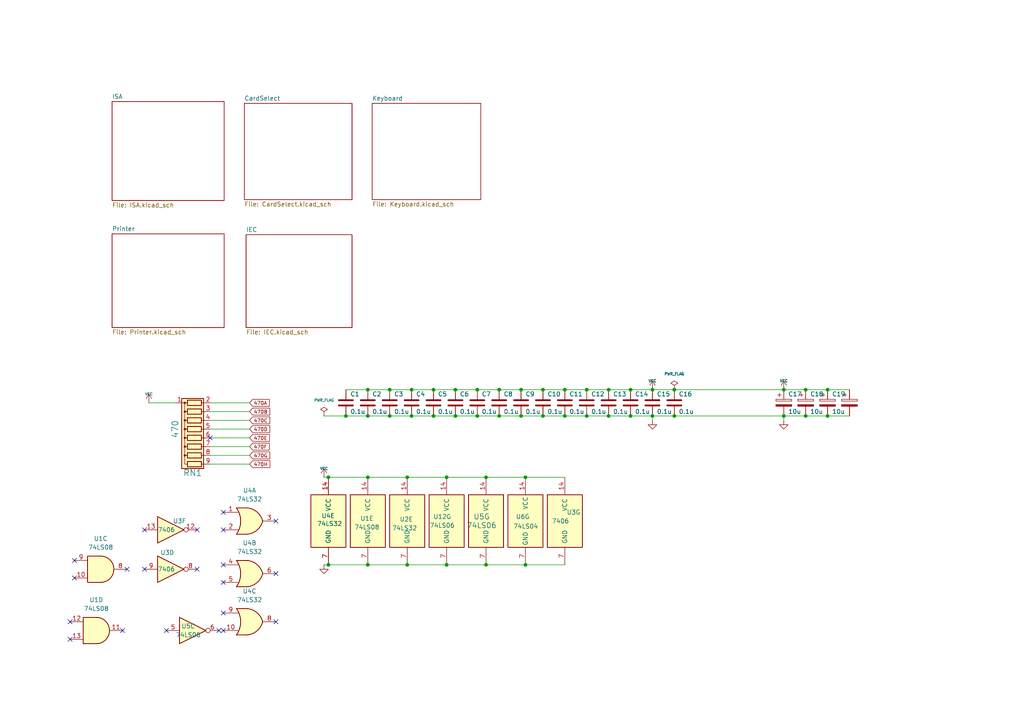
<source format=kicad_sch>
(kicad_sch
	(version 20231120)
	(generator "eeschema")
	(generator_version "8.0")
	(uuid "8d0f25e7-72aa-42f1-b96d-60e778d112e0")
	(paper "A4")
	(title_block
		(title "ISA MULTI IO ")
		(date "2025-05-31")
		(rev "v1")
		(company "DAN WERNER")
	)
	(lib_symbols
		(symbol "74xx:74LS04"
			(exclude_from_sim no)
			(in_bom yes)
			(on_board yes)
			(property "Reference" "U"
				(at 0 1.27 0)
				(effects
					(font
						(size 1.27 1.27)
					)
				)
			)
			(property "Value" "74LS04"
				(at 0 -1.27 0)
				(effects
					(font
						(size 1.27 1.27)
					)
				)
			)
			(property "Footprint" ""
				(at 0 0 0)
				(effects
					(font
						(size 1.27 1.27)
					)
					(hide yes)
				)
			)
			(property "Datasheet" "http://www.ti.com/lit/gpn/sn74LS04"
				(at 0 0 0)
				(effects
					(font
						(size 1.27 1.27)
					)
					(hide yes)
				)
			)
			(property "Description" "Hex Inverter"
				(at 0 0 0)
				(effects
					(font
						(size 1.27 1.27)
					)
					(hide yes)
				)
			)
			(property "ki_locked" ""
				(at 0 0 0)
				(effects
					(font
						(size 1.27 1.27)
					)
				)
			)
			(property "ki_keywords" "TTL not inv"
				(at 0 0 0)
				(effects
					(font
						(size 1.27 1.27)
					)
					(hide yes)
				)
			)
			(property "ki_fp_filters" "DIP*W7.62mm* SSOP?14* TSSOP?14*"
				(at 0 0 0)
				(effects
					(font
						(size 1.27 1.27)
					)
					(hide yes)
				)
			)
			(symbol "74LS04_1_0"
				(polyline
					(pts
						(xy -3.81 3.81) (xy -3.81 -3.81) (xy 3.81 0) (xy -3.81 3.81)
					)
					(stroke
						(width 0.254)
						(type default)
					)
					(fill
						(type background)
					)
				)
				(pin input line
					(at -7.62 0 0)
					(length 3.81)
					(name "~"
						(effects
							(font
								(size 1.27 1.27)
							)
						)
					)
					(number "1"
						(effects
							(font
								(size 1.27 1.27)
							)
						)
					)
				)
				(pin output inverted
					(at 7.62 0 180)
					(length 3.81)
					(name "~"
						(effects
							(font
								(size 1.27 1.27)
							)
						)
					)
					(number "2"
						(effects
							(font
								(size 1.27 1.27)
							)
						)
					)
				)
			)
			(symbol "74LS04_2_0"
				(polyline
					(pts
						(xy -3.81 3.81) (xy -3.81 -3.81) (xy 3.81 0) (xy -3.81 3.81)
					)
					(stroke
						(width 0.254)
						(type default)
					)
					(fill
						(type background)
					)
				)
				(pin input line
					(at -7.62 0 0)
					(length 3.81)
					(name "~"
						(effects
							(font
								(size 1.27 1.27)
							)
						)
					)
					(number "3"
						(effects
							(font
								(size 1.27 1.27)
							)
						)
					)
				)
				(pin output inverted
					(at 7.62 0 180)
					(length 3.81)
					(name "~"
						(effects
							(font
								(size 1.27 1.27)
							)
						)
					)
					(number "4"
						(effects
							(font
								(size 1.27 1.27)
							)
						)
					)
				)
			)
			(symbol "74LS04_3_0"
				(polyline
					(pts
						(xy -3.81 3.81) (xy -3.81 -3.81) (xy 3.81 0) (xy -3.81 3.81)
					)
					(stroke
						(width 0.254)
						(type default)
					)
					(fill
						(type background)
					)
				)
				(pin input line
					(at -7.62 0 0)
					(length 3.81)
					(name "~"
						(effects
							(font
								(size 1.27 1.27)
							)
						)
					)
					(number "5"
						(effects
							(font
								(size 1.27 1.27)
							)
						)
					)
				)
				(pin output inverted
					(at 7.62 0 180)
					(length 3.81)
					(name "~"
						(effects
							(font
								(size 1.27 1.27)
							)
						)
					)
					(number "6"
						(effects
							(font
								(size 1.27 1.27)
							)
						)
					)
				)
			)
			(symbol "74LS04_4_0"
				(polyline
					(pts
						(xy -3.81 3.81) (xy -3.81 -3.81) (xy 3.81 0) (xy -3.81 3.81)
					)
					(stroke
						(width 0.254)
						(type default)
					)
					(fill
						(type background)
					)
				)
				(pin output inverted
					(at 7.62 0 180)
					(length 3.81)
					(name "~"
						(effects
							(font
								(size 1.27 1.27)
							)
						)
					)
					(number "8"
						(effects
							(font
								(size 1.27 1.27)
							)
						)
					)
				)
				(pin input line
					(at -7.62 0 0)
					(length 3.81)
					(name "~"
						(effects
							(font
								(size 1.27 1.27)
							)
						)
					)
					(number "9"
						(effects
							(font
								(size 1.27 1.27)
							)
						)
					)
				)
			)
			(symbol "74LS04_5_0"
				(polyline
					(pts
						(xy -3.81 3.81) (xy -3.81 -3.81) (xy 3.81 0) (xy -3.81 3.81)
					)
					(stroke
						(width 0.254)
						(type default)
					)
					(fill
						(type background)
					)
				)
				(pin output inverted
					(at 7.62 0 180)
					(length 3.81)
					(name "~"
						(effects
							(font
								(size 1.27 1.27)
							)
						)
					)
					(number "10"
						(effects
							(font
								(size 1.27 1.27)
							)
						)
					)
				)
				(pin input line
					(at -7.62 0 0)
					(length 3.81)
					(name "~"
						(effects
							(font
								(size 1.27 1.27)
							)
						)
					)
					(number "11"
						(effects
							(font
								(size 1.27 1.27)
							)
						)
					)
				)
			)
			(symbol "74LS04_6_0"
				(polyline
					(pts
						(xy -3.81 3.81) (xy -3.81 -3.81) (xy 3.81 0) (xy -3.81 3.81)
					)
					(stroke
						(width 0.254)
						(type default)
					)
					(fill
						(type background)
					)
				)
				(pin output inverted
					(at 7.62 0 180)
					(length 3.81)
					(name "~"
						(effects
							(font
								(size 1.27 1.27)
							)
						)
					)
					(number "12"
						(effects
							(font
								(size 1.27 1.27)
							)
						)
					)
				)
				(pin input line
					(at -7.62 0 0)
					(length 3.81)
					(name "~"
						(effects
							(font
								(size 1.27 1.27)
							)
						)
					)
					(number "13"
						(effects
							(font
								(size 1.27 1.27)
							)
						)
					)
				)
			)
			(symbol "74LS04_7_0"
				(pin power_in line
					(at 0 12.7 270)
					(length 5.08)
					(name "VCC"
						(effects
							(font
								(size 1.27 1.27)
							)
						)
					)
					(number "14"
						(effects
							(font
								(size 1.27 1.27)
							)
						)
					)
				)
				(pin power_in line
					(at 0 -12.7 90)
					(length 5.08)
					(name "GND"
						(effects
							(font
								(size 1.27 1.27)
							)
						)
					)
					(number "7"
						(effects
							(font
								(size 1.27 1.27)
							)
						)
					)
				)
			)
			(symbol "74LS04_7_1"
				(rectangle
					(start -5.08 7.62)
					(end 5.08 -7.62)
					(stroke
						(width 0.254)
						(type default)
					)
					(fill
						(type background)
					)
				)
			)
		)
		(symbol "74xx:74LS06"
			(pin_names
				(offset 1.016)
			)
			(exclude_from_sim no)
			(in_bom yes)
			(on_board yes)
			(property "Reference" "U"
				(at 0 1.27 0)
				(effects
					(font
						(size 1.27 1.27)
					)
				)
			)
			(property "Value" "74LS06"
				(at 0 -1.27 0)
				(effects
					(font
						(size 1.27 1.27)
					)
				)
			)
			(property "Footprint" ""
				(at 0 0 0)
				(effects
					(font
						(size 1.27 1.27)
					)
					(hide yes)
				)
			)
			(property "Datasheet" "http://www.ti.com/lit/gpn/sn74LS06"
				(at 0 0 0)
				(effects
					(font
						(size 1.27 1.27)
					)
					(hide yes)
				)
			)
			(property "Description" "Inverter Open Collect"
				(at 0 0 0)
				(effects
					(font
						(size 1.27 1.27)
					)
					(hide yes)
				)
			)
			(property "ki_locked" ""
				(at 0 0 0)
				(effects
					(font
						(size 1.27 1.27)
					)
				)
			)
			(property "ki_keywords" "TTL not inv OpenCol"
				(at 0 0 0)
				(effects
					(font
						(size 1.27 1.27)
					)
					(hide yes)
				)
			)
			(property "ki_fp_filters" "DIP*W7.62mm*"
				(at 0 0 0)
				(effects
					(font
						(size 1.27 1.27)
					)
					(hide yes)
				)
			)
			(symbol "74LS06_1_0"
				(polyline
					(pts
						(xy -3.81 3.81) (xy -3.81 -3.81) (xy 3.81 0) (xy -3.81 3.81)
					)
					(stroke
						(width 0.254)
						(type default)
					)
					(fill
						(type background)
					)
				)
				(pin input line
					(at -7.62 0 0)
					(length 3.81)
					(name "~"
						(effects
							(font
								(size 1.27 1.27)
							)
						)
					)
					(number "1"
						(effects
							(font
								(size 1.27 1.27)
							)
						)
					)
				)
				(pin open_collector inverted
					(at 7.62 0 180)
					(length 3.81)
					(name "~"
						(effects
							(font
								(size 1.27 1.27)
							)
						)
					)
					(number "2"
						(effects
							(font
								(size 1.27 1.27)
							)
						)
					)
				)
			)
			(symbol "74LS06_2_0"
				(polyline
					(pts
						(xy -3.81 3.81) (xy -3.81 -3.81) (xy 3.81 0) (xy -3.81 3.81)
					)
					(stroke
						(width 0.254)
						(type default)
					)
					(fill
						(type background)
					)
				)
				(pin input line
					(at -7.62 0 0)
					(length 3.81)
					(name "~"
						(effects
							(font
								(size 1.27 1.27)
							)
						)
					)
					(number "3"
						(effects
							(font
								(size 1.27 1.27)
							)
						)
					)
				)
				(pin open_collector inverted
					(at 7.62 0 180)
					(length 3.81)
					(name "~"
						(effects
							(font
								(size 1.27 1.27)
							)
						)
					)
					(number "4"
						(effects
							(font
								(size 1.27 1.27)
							)
						)
					)
				)
			)
			(symbol "74LS06_3_0"
				(polyline
					(pts
						(xy -3.81 3.81) (xy -3.81 -3.81) (xy 3.81 0) (xy -3.81 3.81)
					)
					(stroke
						(width 0.254)
						(type default)
					)
					(fill
						(type background)
					)
				)
				(pin input line
					(at -7.62 0 0)
					(length 3.81)
					(name "~"
						(effects
							(font
								(size 1.27 1.27)
							)
						)
					)
					(number "5"
						(effects
							(font
								(size 1.27 1.27)
							)
						)
					)
				)
				(pin open_collector inverted
					(at 7.62 0 180)
					(length 3.81)
					(name "~"
						(effects
							(font
								(size 1.27 1.27)
							)
						)
					)
					(number "6"
						(effects
							(font
								(size 1.27 1.27)
							)
						)
					)
				)
			)
			(symbol "74LS06_4_0"
				(polyline
					(pts
						(xy -3.81 3.81) (xy -3.81 -3.81) (xy 3.81 0) (xy -3.81 3.81)
					)
					(stroke
						(width 0.254)
						(type default)
					)
					(fill
						(type background)
					)
				)
				(pin open_collector inverted
					(at 7.62 0 180)
					(length 3.81)
					(name "~"
						(effects
							(font
								(size 1.27 1.27)
							)
						)
					)
					(number "8"
						(effects
							(font
								(size 1.27 1.27)
							)
						)
					)
				)
				(pin input line
					(at -7.62 0 0)
					(length 3.81)
					(name "~"
						(effects
							(font
								(size 1.27 1.27)
							)
						)
					)
					(number "9"
						(effects
							(font
								(size 1.27 1.27)
							)
						)
					)
				)
			)
			(symbol "74LS06_5_0"
				(polyline
					(pts
						(xy -3.81 3.81) (xy -3.81 -3.81) (xy 3.81 0) (xy -3.81 3.81)
					)
					(stroke
						(width 0.254)
						(type default)
					)
					(fill
						(type background)
					)
				)
				(pin open_collector inverted
					(at 7.62 0 180)
					(length 3.81)
					(name "~"
						(effects
							(font
								(size 1.27 1.27)
							)
						)
					)
					(number "10"
						(effects
							(font
								(size 1.27 1.27)
							)
						)
					)
				)
				(pin input line
					(at -7.62 0 0)
					(length 3.81)
					(name "~"
						(effects
							(font
								(size 1.27 1.27)
							)
						)
					)
					(number "11"
						(effects
							(font
								(size 1.27 1.27)
							)
						)
					)
				)
			)
			(symbol "74LS06_6_0"
				(polyline
					(pts
						(xy -3.81 3.81) (xy -3.81 -3.81) (xy 3.81 0) (xy -3.81 3.81)
					)
					(stroke
						(width 0.254)
						(type default)
					)
					(fill
						(type background)
					)
				)
				(pin open_collector inverted
					(at 7.62 0 180)
					(length 3.81)
					(name "~"
						(effects
							(font
								(size 1.27 1.27)
							)
						)
					)
					(number "12"
						(effects
							(font
								(size 1.27 1.27)
							)
						)
					)
				)
				(pin input line
					(at -7.62 0 0)
					(length 3.81)
					(name "~"
						(effects
							(font
								(size 1.27 1.27)
							)
						)
					)
					(number "13"
						(effects
							(font
								(size 1.27 1.27)
							)
						)
					)
				)
			)
			(symbol "74LS06_7_0"
				(pin power_in line
					(at 0 12.7 270)
					(length 5.08)
					(name "VCC"
						(effects
							(font
								(size 1.27 1.27)
							)
						)
					)
					(number "14"
						(effects
							(font
								(size 1.27 1.27)
							)
						)
					)
				)
				(pin power_in line
					(at 0 -12.7 90)
					(length 5.08)
					(name "GND"
						(effects
							(font
								(size 1.27 1.27)
							)
						)
					)
					(number "7"
						(effects
							(font
								(size 1.27 1.27)
							)
						)
					)
				)
			)
			(symbol "74LS06_7_1"
				(rectangle
					(start -5.08 7.62)
					(end 5.08 -7.62)
					(stroke
						(width 0.254)
						(type default)
					)
					(fill
						(type background)
					)
				)
			)
		)
		(symbol "74xx:74LS06N"
			(pin_names
				(offset 1.016)
			)
			(exclude_from_sim no)
			(in_bom yes)
			(on_board yes)
			(property "Reference" "U"
				(at 0 1.27 0)
				(effects
					(font
						(size 1.27 1.27)
					)
				)
			)
			(property "Value" "74LS06N"
				(at 0 -1.27 0)
				(effects
					(font
						(size 1.27 1.27)
					)
				)
			)
			(property "Footprint" ""
				(at 0 0 0)
				(effects
					(font
						(size 1.27 1.27)
					)
					(hide yes)
				)
			)
			(property "Datasheet" "http://www.ti.com/lit/gpn/sn74LS06N"
				(at 0 0 0)
				(effects
					(font
						(size 1.27 1.27)
					)
					(hide yes)
				)
			)
			(property "Description" "Inverter Open Collect"
				(at 0 0 0)
				(effects
					(font
						(size 1.27 1.27)
					)
					(hide yes)
				)
			)
			(property "ki_locked" ""
				(at 0 0 0)
				(effects
					(font
						(size 1.27 1.27)
					)
				)
			)
			(property "ki_keywords" "TTL not inv OpenCol"
				(at 0 0 0)
				(effects
					(font
						(size 1.27 1.27)
					)
					(hide yes)
				)
			)
			(property "ki_fp_filters" "DIP*W7.62mm*"
				(at 0 0 0)
				(effects
					(font
						(size 1.27 1.27)
					)
					(hide yes)
				)
			)
			(symbol "74LS06N_1_0"
				(polyline
					(pts
						(xy -3.81 3.81) (xy -3.81 -3.81) (xy 3.81 0) (xy -3.81 3.81)
					)
					(stroke
						(width 0.254)
						(type default)
					)
					(fill
						(type background)
					)
				)
				(pin input line
					(at -7.62 0 0)
					(length 3.81)
					(name "~"
						(effects
							(font
								(size 1.27 1.27)
							)
						)
					)
					(number "1"
						(effects
							(font
								(size 1.27 1.27)
							)
						)
					)
				)
				(pin open_collector inverted
					(at 7.62 0 180)
					(length 3.81)
					(name "~"
						(effects
							(font
								(size 1.27 1.27)
							)
						)
					)
					(number "2"
						(effects
							(font
								(size 1.27 1.27)
							)
						)
					)
				)
			)
			(symbol "74LS06N_2_0"
				(polyline
					(pts
						(xy -3.81 3.81) (xy -3.81 -3.81) (xy 3.81 0) (xy -3.81 3.81)
					)
					(stroke
						(width 0.254)
						(type default)
					)
					(fill
						(type background)
					)
				)
				(pin input line
					(at -7.62 0 0)
					(length 3.81)
					(name "~"
						(effects
							(font
								(size 1.27 1.27)
							)
						)
					)
					(number "3"
						(effects
							(font
								(size 1.27 1.27)
							)
						)
					)
				)
				(pin open_collector inverted
					(at 7.62 0 180)
					(length 3.81)
					(name "~"
						(effects
							(font
								(size 1.27 1.27)
							)
						)
					)
					(number "4"
						(effects
							(font
								(size 1.27 1.27)
							)
						)
					)
				)
			)
			(symbol "74LS06N_3_0"
				(polyline
					(pts
						(xy -3.81 3.81) (xy -3.81 -3.81) (xy 3.81 0) (xy -3.81 3.81)
					)
					(stroke
						(width 0.254)
						(type default)
					)
					(fill
						(type background)
					)
				)
				(pin input line
					(at -7.62 0 0)
					(length 3.81)
					(name "~"
						(effects
							(font
								(size 1.27 1.27)
							)
						)
					)
					(number "5"
						(effects
							(font
								(size 1.27 1.27)
							)
						)
					)
				)
				(pin open_collector inverted
					(at 7.62 0 180)
					(length 3.81)
					(name "~"
						(effects
							(font
								(size 1.27 1.27)
							)
						)
					)
					(number "6"
						(effects
							(font
								(size 1.27 1.27)
							)
						)
					)
				)
			)
			(symbol "74LS06N_4_0"
				(polyline
					(pts
						(xy -3.81 3.81) (xy -3.81 -3.81) (xy 3.81 0) (xy -3.81 3.81)
					)
					(stroke
						(width 0.254)
						(type default)
					)
					(fill
						(type background)
					)
				)
				(pin open_collector inverted
					(at 7.62 0 180)
					(length 3.81)
					(name "~"
						(effects
							(font
								(size 1.27 1.27)
							)
						)
					)
					(number "8"
						(effects
							(font
								(size 1.27 1.27)
							)
						)
					)
				)
				(pin input line
					(at -7.62 0 0)
					(length 3.81)
					(name "~"
						(effects
							(font
								(size 1.27 1.27)
							)
						)
					)
					(number "9"
						(effects
							(font
								(size 1.27 1.27)
							)
						)
					)
				)
			)
			(symbol "74LS06N_5_0"
				(polyline
					(pts
						(xy -3.81 3.81) (xy -3.81 -3.81) (xy 3.81 0) (xy -3.81 3.81)
					)
					(stroke
						(width 0.254)
						(type default)
					)
					(fill
						(type background)
					)
				)
				(pin open_collector inverted
					(at 7.62 0 180)
					(length 3.81)
					(name "~"
						(effects
							(font
								(size 1.27 1.27)
							)
						)
					)
					(number "10"
						(effects
							(font
								(size 1.27 1.27)
							)
						)
					)
				)
				(pin input line
					(at -7.62 0 0)
					(length 3.81)
					(name "~"
						(effects
							(font
								(size 1.27 1.27)
							)
						)
					)
					(number "11"
						(effects
							(font
								(size 1.27 1.27)
							)
						)
					)
				)
			)
			(symbol "74LS06N_6_0"
				(polyline
					(pts
						(xy -3.81 3.81) (xy -3.81 -3.81) (xy 3.81 0) (xy -3.81 3.81)
					)
					(stroke
						(width 0.254)
						(type default)
					)
					(fill
						(type background)
					)
				)
				(pin open_collector inverted
					(at 7.62 0 180)
					(length 3.81)
					(name "~"
						(effects
							(font
								(size 1.27 1.27)
							)
						)
					)
					(number "12"
						(effects
							(font
								(size 1.27 1.27)
							)
						)
					)
				)
				(pin input line
					(at -7.62 0 0)
					(length 3.81)
					(name "~"
						(effects
							(font
								(size 1.27 1.27)
							)
						)
					)
					(number "13"
						(effects
							(font
								(size 1.27 1.27)
							)
						)
					)
				)
			)
			(symbol "74LS06N_7_0"
				(pin power_in line
					(at 0 12.7 270)
					(length 5.08)
					(name "VCC"
						(effects
							(font
								(size 1.27 1.27)
							)
						)
					)
					(number "14"
						(effects
							(font
								(size 1.27 1.27)
							)
						)
					)
				)
				(pin power_in line
					(at 0 -12.7 90)
					(length 5.08)
					(name "GND"
						(effects
							(font
								(size 1.27 1.27)
							)
						)
					)
					(number "7"
						(effects
							(font
								(size 1.27 1.27)
							)
						)
					)
				)
			)
			(symbol "74LS06N_7_1"
				(rectangle
					(start -5.08 7.62)
					(end 5.08 -7.62)
					(stroke
						(width 0.254)
						(type default)
					)
					(fill
						(type background)
					)
				)
			)
		)
		(symbol "74xx:74LS08"
			(pin_names
				(offset 1.016)
			)
			(exclude_from_sim no)
			(in_bom yes)
			(on_board yes)
			(property "Reference" "U"
				(at 0 1.27 0)
				(effects
					(font
						(size 1.27 1.27)
					)
				)
			)
			(property "Value" "74LS08"
				(at 0 -1.27 0)
				(effects
					(font
						(size 1.27 1.27)
					)
				)
			)
			(property "Footprint" ""
				(at 0 0 0)
				(effects
					(font
						(size 1.27 1.27)
					)
					(hide yes)
				)
			)
			(property "Datasheet" "http://www.ti.com/lit/gpn/sn74LS08"
				(at 0 0 0)
				(effects
					(font
						(size 1.27 1.27)
					)
					(hide yes)
				)
			)
			(property "Description" "Quad And2"
				(at 0 0 0)
				(effects
					(font
						(size 1.27 1.27)
					)
					(hide yes)
				)
			)
			(property "ki_locked" ""
				(at 0 0 0)
				(effects
					(font
						(size 1.27 1.27)
					)
				)
			)
			(property "ki_keywords" "TTL and2"
				(at 0 0 0)
				(effects
					(font
						(size 1.27 1.27)
					)
					(hide yes)
				)
			)
			(property "ki_fp_filters" "DIP*W7.62mm*"
				(at 0 0 0)
				(effects
					(font
						(size 1.27 1.27)
					)
					(hide yes)
				)
			)
			(symbol "74LS08_1_1"
				(arc
					(start 0 -3.81)
					(mid 3.7934 0)
					(end 0 3.81)
					(stroke
						(width 0.254)
						(type default)
					)
					(fill
						(type background)
					)
				)
				(polyline
					(pts
						(xy 0 3.81) (xy -3.81 3.81) (xy -3.81 -3.81) (xy 0 -3.81)
					)
					(stroke
						(width 0.254)
						(type default)
					)
					(fill
						(type background)
					)
				)
				(pin input line
					(at -7.62 2.54 0)
					(length 3.81)
					(name "~"
						(effects
							(font
								(size 1.27 1.27)
							)
						)
					)
					(number "1"
						(effects
							(font
								(size 1.27 1.27)
							)
						)
					)
				)
				(pin input line
					(at -7.62 -2.54 0)
					(length 3.81)
					(name "~"
						(effects
							(font
								(size 1.27 1.27)
							)
						)
					)
					(number "2"
						(effects
							(font
								(size 1.27 1.27)
							)
						)
					)
				)
				(pin output line
					(at 7.62 0 180)
					(length 3.81)
					(name "~"
						(effects
							(font
								(size 1.27 1.27)
							)
						)
					)
					(number "3"
						(effects
							(font
								(size 1.27 1.27)
							)
						)
					)
				)
			)
			(symbol "74LS08_1_2"
				(arc
					(start -3.81 -3.81)
					(mid -2.589 0)
					(end -3.81 3.81)
					(stroke
						(width 0.254)
						(type default)
					)
					(fill
						(type none)
					)
				)
				(arc
					(start -0.6096 -3.81)
					(mid 2.1842 -2.5851)
					(end 3.81 0)
					(stroke
						(width 0.254)
						(type default)
					)
					(fill
						(type background)
					)
				)
				(polyline
					(pts
						(xy -3.81 -3.81) (xy -0.635 -3.81)
					)
					(stroke
						(width 0.254)
						(type default)
					)
					(fill
						(type background)
					)
				)
				(polyline
					(pts
						(xy -3.81 3.81) (xy -0.635 3.81)
					)
					(stroke
						(width 0.254)
						(type default)
					)
					(fill
						(type background)
					)
				)
				(polyline
					(pts
						(xy -0.635 3.81) (xy -3.81 3.81) (xy -3.81 3.81) (xy -3.556 3.4036) (xy -3.0226 2.2606) (xy -2.6924 1.0414)
						(xy -2.6162 -0.254) (xy -2.7686 -1.4986) (xy -3.175 -2.7178) (xy -3.81 -3.81) (xy -3.81 -3.81)
						(xy -0.635 -3.81)
					)
					(stroke
						(width -25.4)
						(type default)
					)
					(fill
						(type background)
					)
				)
				(arc
					(start 3.81 0)
					(mid 2.1915 2.5936)
					(end -0.6096 3.81)
					(stroke
						(width 0.254)
						(type default)
					)
					(fill
						(type background)
					)
				)
				(pin input inverted
					(at -7.62 2.54 0)
					(length 4.318)
					(name "~"
						(effects
							(font
								(size 1.27 1.27)
							)
						)
					)
					(number "1"
						(effects
							(font
								(size 1.27 1.27)
							)
						)
					)
				)
				(pin input inverted
					(at -7.62 -2.54 0)
					(length 4.318)
					(name "~"
						(effects
							(font
								(size 1.27 1.27)
							)
						)
					)
					(number "2"
						(effects
							(font
								(size 1.27 1.27)
							)
						)
					)
				)
				(pin output inverted
					(at 7.62 0 180)
					(length 3.81)
					(name "~"
						(effects
							(font
								(size 1.27 1.27)
							)
						)
					)
					(number "3"
						(effects
							(font
								(size 1.27 1.27)
							)
						)
					)
				)
			)
			(symbol "74LS08_2_1"
				(arc
					(start 0 -3.81)
					(mid 3.7934 0)
					(end 0 3.81)
					(stroke
						(width 0.254)
						(type default)
					)
					(fill
						(type background)
					)
				)
				(polyline
					(pts
						(xy 0 3.81) (xy -3.81 3.81) (xy -3.81 -3.81) (xy 0 -3.81)
					)
					(stroke
						(width 0.254)
						(type default)
					)
					(fill
						(type background)
					)
				)
				(pin input line
					(at -7.62 2.54 0)
					(length 3.81)
					(name "~"
						(effects
							(font
								(size 1.27 1.27)
							)
						)
					)
					(number "4"
						(effects
							(font
								(size 1.27 1.27)
							)
						)
					)
				)
				(pin input line
					(at -7.62 -2.54 0)
					(length 3.81)
					(name "~"
						(effects
							(font
								(size 1.27 1.27)
							)
						)
					)
					(number "5"
						(effects
							(font
								(size 1.27 1.27)
							)
						)
					)
				)
				(pin output line
					(at 7.62 0 180)
					(length 3.81)
					(name "~"
						(effects
							(font
								(size 1.27 1.27)
							)
						)
					)
					(number "6"
						(effects
							(font
								(size 1.27 1.27)
							)
						)
					)
				)
			)
			(symbol "74LS08_2_2"
				(arc
					(start -3.81 -3.81)
					(mid -2.589 0)
					(end -3.81 3.81)
					(stroke
						(width 0.254)
						(type default)
					)
					(fill
						(type none)
					)
				)
				(arc
					(start -0.6096 -3.81)
					(mid 2.1842 -2.5851)
					(end 3.81 0)
					(stroke
						(width 0.254)
						(type default)
					)
					(fill
						(type background)
					)
				)
				(polyline
					(pts
						(xy -3.81 -3.81) (xy -0.635 -3.81)
					)
					(stroke
						(width 0.254)
						(type default)
					)
					(fill
						(type background)
					)
				)
				(polyline
					(pts
						(xy -3.81 3.81) (xy -0.635 3.81)
					)
					(stroke
						(width 0.254)
						(type default)
					)
					(fill
						(type background)
					)
				)
				(polyline
					(pts
						(xy -0.635 3.81) (xy -3.81 3.81) (xy -3.81 3.81) (xy -3.556 3.4036) (xy -3.0226 2.2606) (xy -2.6924 1.0414)
						(xy -2.6162 -0.254) (xy -2.7686 -1.4986) (xy -3.175 -2.7178) (xy -3.81 -3.81) (xy -3.81 -3.81)
						(xy -0.635 -3.81)
					)
					(stroke
						(width -25.4)
						(type default)
					)
					(fill
						(type background)
					)
				)
				(arc
					(start 3.81 0)
					(mid 2.1915 2.5936)
					(end -0.6096 3.81)
					(stroke
						(width 0.254)
						(type default)
					)
					(fill
						(type background)
					)
				)
				(pin input inverted
					(at -7.62 2.54 0)
					(length 4.318)
					(name "~"
						(effects
							(font
								(size 1.27 1.27)
							)
						)
					)
					(number "4"
						(effects
							(font
								(size 1.27 1.27)
							)
						)
					)
				)
				(pin input inverted
					(at -7.62 -2.54 0)
					(length 4.318)
					(name "~"
						(effects
							(font
								(size 1.27 1.27)
							)
						)
					)
					(number "5"
						(effects
							(font
								(size 1.27 1.27)
							)
						)
					)
				)
				(pin output inverted
					(at 7.62 0 180)
					(length 3.81)
					(name "~"
						(effects
							(font
								(size 1.27 1.27)
							)
						)
					)
					(number "6"
						(effects
							(font
								(size 1.27 1.27)
							)
						)
					)
				)
			)
			(symbol "74LS08_3_1"
				(arc
					(start 0 -3.81)
					(mid 3.7934 0)
					(end 0 3.81)
					(stroke
						(width 0.254)
						(type default)
					)
					(fill
						(type background)
					)
				)
				(polyline
					(pts
						(xy 0 3.81) (xy -3.81 3.81) (xy -3.81 -3.81) (xy 0 -3.81)
					)
					(stroke
						(width 0.254)
						(type default)
					)
					(fill
						(type background)
					)
				)
				(pin input line
					(at -7.62 -2.54 0)
					(length 3.81)
					(name "~"
						(effects
							(font
								(size 1.27 1.27)
							)
						)
					)
					(number "10"
						(effects
							(font
								(size 1.27 1.27)
							)
						)
					)
				)
				(pin output line
					(at 7.62 0 180)
					(length 3.81)
					(name "~"
						(effects
							(font
								(size 1.27 1.27)
							)
						)
					)
					(number "8"
						(effects
							(font
								(size 1.27 1.27)
							)
						)
					)
				)
				(pin input line
					(at -7.62 2.54 0)
					(length 3.81)
					(name "~"
						(effects
							(font
								(size 1.27 1.27)
							)
						)
					)
					(number "9"
						(effects
							(font
								(size 1.27 1.27)
							)
						)
					)
				)
			)
			(symbol "74LS08_3_2"
				(arc
					(start -3.81 -3.81)
					(mid -2.589 0)
					(end -3.81 3.81)
					(stroke
						(width 0.254)
						(type default)
					)
					(fill
						(type none)
					)
				)
				(arc
					(start -0.6096 -3.81)
					(mid 2.1842 -2.5851)
					(end 3.81 0)
					(stroke
						(width 0.254)
						(type default)
					)
					(fill
						(type background)
					)
				)
				(polyline
					(pts
						(xy -3.81 -3.81) (xy -0.635 -3.81)
					)
					(stroke
						(width 0.254)
						(type default)
					)
					(fill
						(type background)
					)
				)
				(polyline
					(pts
						(xy -3.81 3.81) (xy -0.635 3.81)
					)
					(stroke
						(width 0.254)
						(type default)
					)
					(fill
						(type background)
					)
				)
				(polyline
					(pts
						(xy -0.635 3.81) (xy -3.81 3.81) (xy -3.81 3.81) (xy -3.556 3.4036) (xy -3.0226 2.2606) (xy -2.6924 1.0414)
						(xy -2.6162 -0.254) (xy -2.7686 -1.4986) (xy -3.175 -2.7178) (xy -3.81 -3.81) (xy -3.81 -3.81)
						(xy -0.635 -3.81)
					)
					(stroke
						(width -25.4)
						(type default)
					)
					(fill
						(type background)
					)
				)
				(arc
					(start 3.81 0)
					(mid 2.1915 2.5936)
					(end -0.6096 3.81)
					(stroke
						(width 0.254)
						(type default)
					)
					(fill
						(type background)
					)
				)
				(pin input inverted
					(at -7.62 -2.54 0)
					(length 4.318)
					(name "~"
						(effects
							(font
								(size 1.27 1.27)
							)
						)
					)
					(number "10"
						(effects
							(font
								(size 1.27 1.27)
							)
						)
					)
				)
				(pin output inverted
					(at 7.62 0 180)
					(length 3.81)
					(name "~"
						(effects
							(font
								(size 1.27 1.27)
							)
						)
					)
					(number "8"
						(effects
							(font
								(size 1.27 1.27)
							)
						)
					)
				)
				(pin input inverted
					(at -7.62 2.54 0)
					(length 4.318)
					(name "~"
						(effects
							(font
								(size 1.27 1.27)
							)
						)
					)
					(number "9"
						(effects
							(font
								(size 1.27 1.27)
							)
						)
					)
				)
			)
			(symbol "74LS08_4_1"
				(arc
					(start 0 -3.81)
					(mid 3.7934 0)
					(end 0 3.81)
					(stroke
						(width 0.254)
						(type default)
					)
					(fill
						(type background)
					)
				)
				(polyline
					(pts
						(xy 0 3.81) (xy -3.81 3.81) (xy -3.81 -3.81) (xy 0 -3.81)
					)
					(stroke
						(width 0.254)
						(type default)
					)
					(fill
						(type background)
					)
				)
				(pin output line
					(at 7.62 0 180)
					(length 3.81)
					(name "~"
						(effects
							(font
								(size 1.27 1.27)
							)
						)
					)
					(number "11"
						(effects
							(font
								(size 1.27 1.27)
							)
						)
					)
				)
				(pin input line
					(at -7.62 2.54 0)
					(length 3.81)
					(name "~"
						(effects
							(font
								(size 1.27 1.27)
							)
						)
					)
					(number "12"
						(effects
							(font
								(size 1.27 1.27)
							)
						)
					)
				)
				(pin input line
					(at -7.62 -2.54 0)
					(length 3.81)
					(name "~"
						(effects
							(font
								(size 1.27 1.27)
							)
						)
					)
					(number "13"
						(effects
							(font
								(size 1.27 1.27)
							)
						)
					)
				)
			)
			(symbol "74LS08_4_2"
				(arc
					(start -3.81 -3.81)
					(mid -2.589 0)
					(end -3.81 3.81)
					(stroke
						(width 0.254)
						(type default)
					)
					(fill
						(type none)
					)
				)
				(arc
					(start -0.6096 -3.81)
					(mid 2.1842 -2.5851)
					(end 3.81 0)
					(stroke
						(width 0.254)
						(type default)
					)
					(fill
						(type background)
					)
				)
				(polyline
					(pts
						(xy -3.81 -3.81) (xy -0.635 -3.81)
					)
					(stroke
						(width 0.254)
						(type default)
					)
					(fill
						(type background)
					)
				)
				(polyline
					(pts
						(xy -3.81 3.81) (xy -0.635 3.81)
					)
					(stroke
						(width 0.254)
						(type default)
					)
					(fill
						(type background)
					)
				)
				(polyline
					(pts
						(xy -0.635 3.81) (xy -3.81 3.81) (xy -3.81 3.81) (xy -3.556 3.4036) (xy -3.0226 2.2606) (xy -2.6924 1.0414)
						(xy -2.6162 -0.254) (xy -2.7686 -1.4986) (xy -3.175 -2.7178) (xy -3.81 -3.81) (xy -3.81 -3.81)
						(xy -0.635 -3.81)
					)
					(stroke
						(width -25.4)
						(type default)
					)
					(fill
						(type background)
					)
				)
				(arc
					(start 3.81 0)
					(mid 2.1915 2.5936)
					(end -0.6096 3.81)
					(stroke
						(width 0.254)
						(type default)
					)
					(fill
						(type background)
					)
				)
				(pin output inverted
					(at 7.62 0 180)
					(length 3.81)
					(name "~"
						(effects
							(font
								(size 1.27 1.27)
							)
						)
					)
					(number "11"
						(effects
							(font
								(size 1.27 1.27)
							)
						)
					)
				)
				(pin input inverted
					(at -7.62 2.54 0)
					(length 4.318)
					(name "~"
						(effects
							(font
								(size 1.27 1.27)
							)
						)
					)
					(number "12"
						(effects
							(font
								(size 1.27 1.27)
							)
						)
					)
				)
				(pin input inverted
					(at -7.62 -2.54 0)
					(length 4.318)
					(name "~"
						(effects
							(font
								(size 1.27 1.27)
							)
						)
					)
					(number "13"
						(effects
							(font
								(size 1.27 1.27)
							)
						)
					)
				)
			)
			(symbol "74LS08_5_0"
				(pin power_in line
					(at 0 12.7 270)
					(length 5.08)
					(name "VCC"
						(effects
							(font
								(size 1.27 1.27)
							)
						)
					)
					(number "14"
						(effects
							(font
								(size 1.27 1.27)
							)
						)
					)
				)
				(pin power_in line
					(at 0 -12.7 90)
					(length 5.08)
					(name "GND"
						(effects
							(font
								(size 1.27 1.27)
							)
						)
					)
					(number "7"
						(effects
							(font
								(size 1.27 1.27)
							)
						)
					)
				)
			)
			(symbol "74LS08_5_1"
				(rectangle
					(start -5.08 7.62)
					(end 5.08 -7.62)
					(stroke
						(width 0.254)
						(type default)
					)
					(fill
						(type background)
					)
				)
			)
		)
		(symbol "74xx:74LS32"
			(pin_names
				(offset 1.016)
			)
			(exclude_from_sim no)
			(in_bom yes)
			(on_board yes)
			(property "Reference" "U"
				(at 0 1.27 0)
				(effects
					(font
						(size 1.27 1.27)
					)
				)
			)
			(property "Value" "74LS32"
				(at 0 -1.27 0)
				(effects
					(font
						(size 1.27 1.27)
					)
				)
			)
			(property "Footprint" ""
				(at 0 0 0)
				(effects
					(font
						(size 1.27 1.27)
					)
					(hide yes)
				)
			)
			(property "Datasheet" "http://www.ti.com/lit/gpn/sn74LS32"
				(at 0 0 0)
				(effects
					(font
						(size 1.27 1.27)
					)
					(hide yes)
				)
			)
			(property "Description" "Quad 2-input OR"
				(at 0 0 0)
				(effects
					(font
						(size 1.27 1.27)
					)
					(hide yes)
				)
			)
			(property "ki_locked" ""
				(at 0 0 0)
				(effects
					(font
						(size 1.27 1.27)
					)
				)
			)
			(property "ki_keywords" "TTL Or2"
				(at 0 0 0)
				(effects
					(font
						(size 1.27 1.27)
					)
					(hide yes)
				)
			)
			(property "ki_fp_filters" "DIP?14*"
				(at 0 0 0)
				(effects
					(font
						(size 1.27 1.27)
					)
					(hide yes)
				)
			)
			(symbol "74LS32_1_1"
				(arc
					(start -3.81 -3.81)
					(mid -2.589 0)
					(end -3.81 3.81)
					(stroke
						(width 0.254)
						(type default)
					)
					(fill
						(type none)
					)
				)
				(arc
					(start -0.6096 -3.81)
					(mid 2.1842 -2.5851)
					(end 3.81 0)
					(stroke
						(width 0.254)
						(type default)
					)
					(fill
						(type background)
					)
				)
				(polyline
					(pts
						(xy -3.81 -3.81) (xy -0.635 -3.81)
					)
					(stroke
						(width 0.254)
						(type default)
					)
					(fill
						(type background)
					)
				)
				(polyline
					(pts
						(xy -3.81 3.81) (xy -0.635 3.81)
					)
					(stroke
						(width 0.254)
						(type default)
					)
					(fill
						(type background)
					)
				)
				(polyline
					(pts
						(xy -0.635 3.81) (xy -3.81 3.81) (xy -3.81 3.81) (xy -3.556 3.4036) (xy -3.0226 2.2606) (xy -2.6924 1.0414)
						(xy -2.6162 -0.254) (xy -2.7686 -1.4986) (xy -3.175 -2.7178) (xy -3.81 -3.81) (xy -3.81 -3.81)
						(xy -0.635 -3.81)
					)
					(stroke
						(width -25.4)
						(type default)
					)
					(fill
						(type background)
					)
				)
				(arc
					(start 3.81 0)
					(mid 2.1915 2.5936)
					(end -0.6096 3.81)
					(stroke
						(width 0.254)
						(type default)
					)
					(fill
						(type background)
					)
				)
				(pin input line
					(at -7.62 2.54 0)
					(length 4.318)
					(name "~"
						(effects
							(font
								(size 1.27 1.27)
							)
						)
					)
					(number "1"
						(effects
							(font
								(size 1.27 1.27)
							)
						)
					)
				)
				(pin input line
					(at -7.62 -2.54 0)
					(length 4.318)
					(name "~"
						(effects
							(font
								(size 1.27 1.27)
							)
						)
					)
					(number "2"
						(effects
							(font
								(size 1.27 1.27)
							)
						)
					)
				)
				(pin output line
					(at 7.62 0 180)
					(length 3.81)
					(name "~"
						(effects
							(font
								(size 1.27 1.27)
							)
						)
					)
					(number "3"
						(effects
							(font
								(size 1.27 1.27)
							)
						)
					)
				)
			)
			(symbol "74LS32_1_2"
				(arc
					(start 0 -3.81)
					(mid 3.7934 0)
					(end 0 3.81)
					(stroke
						(width 0.254)
						(type default)
					)
					(fill
						(type background)
					)
				)
				(polyline
					(pts
						(xy 0 3.81) (xy -3.81 3.81) (xy -3.81 -3.81) (xy 0 -3.81)
					)
					(stroke
						(width 0.254)
						(type default)
					)
					(fill
						(type background)
					)
				)
				(pin input inverted
					(at -7.62 2.54 0)
					(length 3.81)
					(name "~"
						(effects
							(font
								(size 1.27 1.27)
							)
						)
					)
					(number "1"
						(effects
							(font
								(size 1.27 1.27)
							)
						)
					)
				)
				(pin input inverted
					(at -7.62 -2.54 0)
					(length 3.81)
					(name "~"
						(effects
							(font
								(size 1.27 1.27)
							)
						)
					)
					(number "2"
						(effects
							(font
								(size 1.27 1.27)
							)
						)
					)
				)
				(pin output inverted
					(at 7.62 0 180)
					(length 3.81)
					(name "~"
						(effects
							(font
								(size 1.27 1.27)
							)
						)
					)
					(number "3"
						(effects
							(font
								(size 1.27 1.27)
							)
						)
					)
				)
			)
			(symbol "74LS32_2_1"
				(arc
					(start -3.81 -3.81)
					(mid -2.589 0)
					(end -3.81 3.81)
					(stroke
						(width 0.254)
						(type default)
					)
					(fill
						(type none)
					)
				)
				(arc
					(start -0.6096 -3.81)
					(mid 2.1842 -2.5851)
					(end 3.81 0)
					(stroke
						(width 0.254)
						(type default)
					)
					(fill
						(type background)
					)
				)
				(polyline
					(pts
						(xy -3.81 -3.81) (xy -0.635 -3.81)
					)
					(stroke
						(width 0.254)
						(type default)
					)
					(fill
						(type background)
					)
				)
				(polyline
					(pts
						(xy -3.81 3.81) (xy -0.635 3.81)
					)
					(stroke
						(width 0.254)
						(type default)
					)
					(fill
						(type background)
					)
				)
				(polyline
					(pts
						(xy -0.635 3.81) (xy -3.81 3.81) (xy -3.81 3.81) (xy -3.556 3.4036) (xy -3.0226 2.2606) (xy -2.6924 1.0414)
						(xy -2.6162 -0.254) (xy -2.7686 -1.4986) (xy -3.175 -2.7178) (xy -3.81 -3.81) (xy -3.81 -3.81)
						(xy -0.635 -3.81)
					)
					(stroke
						(width -25.4)
						(type default)
					)
					(fill
						(type background)
					)
				)
				(arc
					(start 3.81 0)
					(mid 2.1915 2.5936)
					(end -0.6096 3.81)
					(stroke
						(width 0.254)
						(type default)
					)
					(fill
						(type background)
					)
				)
				(pin input line
					(at -7.62 2.54 0)
					(length 4.318)
					(name "~"
						(effects
							(font
								(size 1.27 1.27)
							)
						)
					)
					(number "4"
						(effects
							(font
								(size 1.27 1.27)
							)
						)
					)
				)
				(pin input line
					(at -7.62 -2.54 0)
					(length 4.318)
					(name "~"
						(effects
							(font
								(size 1.27 1.27)
							)
						)
					)
					(number "5"
						(effects
							(font
								(size 1.27 1.27)
							)
						)
					)
				)
				(pin output line
					(at 7.62 0 180)
					(length 3.81)
					(name "~"
						(effects
							(font
								(size 1.27 1.27)
							)
						)
					)
					(number "6"
						(effects
							(font
								(size 1.27 1.27)
							)
						)
					)
				)
			)
			(symbol "74LS32_2_2"
				(arc
					(start 0 -3.81)
					(mid 3.7934 0)
					(end 0 3.81)
					(stroke
						(width 0.254)
						(type default)
					)
					(fill
						(type background)
					)
				)
				(polyline
					(pts
						(xy 0 3.81) (xy -3.81 3.81) (xy -3.81 -3.81) (xy 0 -3.81)
					)
					(stroke
						(width 0.254)
						(type default)
					)
					(fill
						(type background)
					)
				)
				(pin input inverted
					(at -7.62 2.54 0)
					(length 3.81)
					(name "~"
						(effects
							(font
								(size 1.27 1.27)
							)
						)
					)
					(number "4"
						(effects
							(font
								(size 1.27 1.27)
							)
						)
					)
				)
				(pin input inverted
					(at -7.62 -2.54 0)
					(length 3.81)
					(name "~"
						(effects
							(font
								(size 1.27 1.27)
							)
						)
					)
					(number "5"
						(effects
							(font
								(size 1.27 1.27)
							)
						)
					)
				)
				(pin output inverted
					(at 7.62 0 180)
					(length 3.81)
					(name "~"
						(effects
							(font
								(size 1.27 1.27)
							)
						)
					)
					(number "6"
						(effects
							(font
								(size 1.27 1.27)
							)
						)
					)
				)
			)
			(symbol "74LS32_3_1"
				(arc
					(start -3.81 -3.81)
					(mid -2.589 0)
					(end -3.81 3.81)
					(stroke
						(width 0.254)
						(type default)
					)
					(fill
						(type none)
					)
				)
				(arc
					(start -0.6096 -3.81)
					(mid 2.1842 -2.5851)
					(end 3.81 0)
					(stroke
						(width 0.254)
						(type default)
					)
					(fill
						(type background)
					)
				)
				(polyline
					(pts
						(xy -3.81 -3.81) (xy -0.635 -3.81)
					)
					(stroke
						(width 0.254)
						(type default)
					)
					(fill
						(type background)
					)
				)
				(polyline
					(pts
						(xy -3.81 3.81) (xy -0.635 3.81)
					)
					(stroke
						(width 0.254)
						(type default)
					)
					(fill
						(type background)
					)
				)
				(polyline
					(pts
						(xy -0.635 3.81) (xy -3.81 3.81) (xy -3.81 3.81) (xy -3.556 3.4036) (xy -3.0226 2.2606) (xy -2.6924 1.0414)
						(xy -2.6162 -0.254) (xy -2.7686 -1.4986) (xy -3.175 -2.7178) (xy -3.81 -3.81) (xy -3.81 -3.81)
						(xy -0.635 -3.81)
					)
					(stroke
						(width -25.4)
						(type default)
					)
					(fill
						(type background)
					)
				)
				(arc
					(start 3.81 0)
					(mid 2.1915 2.5936)
					(end -0.6096 3.81)
					(stroke
						(width 0.254)
						(type default)
					)
					(fill
						(type background)
					)
				)
				(pin input line
					(at -7.62 -2.54 0)
					(length 4.318)
					(name "~"
						(effects
							(font
								(size 1.27 1.27)
							)
						)
					)
					(number "10"
						(effects
							(font
								(size 1.27 1.27)
							)
						)
					)
				)
				(pin output line
					(at 7.62 0 180)
					(length 3.81)
					(name "~"
						(effects
							(font
								(size 1.27 1.27)
							)
						)
					)
					(number "8"
						(effects
							(font
								(size 1.27 1.27)
							)
						)
					)
				)
				(pin input line
					(at -7.62 2.54 0)
					(length 4.318)
					(name "~"
						(effects
							(font
								(size 1.27 1.27)
							)
						)
					)
					(number "9"
						(effects
							(font
								(size 1.27 1.27)
							)
						)
					)
				)
			)
			(symbol "74LS32_3_2"
				(arc
					(start 0 -3.81)
					(mid 3.7934 0)
					(end 0 3.81)
					(stroke
						(width 0.254)
						(type default)
					)
					(fill
						(type background)
					)
				)
				(polyline
					(pts
						(xy 0 3.81) (xy -3.81 3.81) (xy -3.81 -3.81) (xy 0 -3.81)
					)
					(stroke
						(width 0.254)
						(type default)
					)
					(fill
						(type background)
					)
				)
				(pin input inverted
					(at -7.62 -2.54 0)
					(length 3.81)
					(name "~"
						(effects
							(font
								(size 1.27 1.27)
							)
						)
					)
					(number "10"
						(effects
							(font
								(size 1.27 1.27)
							)
						)
					)
				)
				(pin output inverted
					(at 7.62 0 180)
					(length 3.81)
					(name "~"
						(effects
							(font
								(size 1.27 1.27)
							)
						)
					)
					(number "8"
						(effects
							(font
								(size 1.27 1.27)
							)
						)
					)
				)
				(pin input inverted
					(at -7.62 2.54 0)
					(length 3.81)
					(name "~"
						(effects
							(font
								(size 1.27 1.27)
							)
						)
					)
					(number "9"
						(effects
							(font
								(size 1.27 1.27)
							)
						)
					)
				)
			)
			(symbol "74LS32_4_1"
				(arc
					(start -3.81 -3.81)
					(mid -2.589 0)
					(end -3.81 3.81)
					(stroke
						(width 0.254)
						(type default)
					)
					(fill
						(type none)
					)
				)
				(arc
					(start -0.6096 -3.81)
					(mid 2.1842 -2.5851)
					(end 3.81 0)
					(stroke
						(width 0.254)
						(type default)
					)
					(fill
						(type background)
					)
				)
				(polyline
					(pts
						(xy -3.81 -3.81) (xy -0.635 -3.81)
					)
					(stroke
						(width 0.254)
						(type default)
					)
					(fill
						(type background)
					)
				)
				(polyline
					(pts
						(xy -3.81 3.81) (xy -0.635 3.81)
					)
					(stroke
						(width 0.254)
						(type default)
					)
					(fill
						(type background)
					)
				)
				(polyline
					(pts
						(xy -0.635 3.81) (xy -3.81 3.81) (xy -3.81 3.81) (xy -3.556 3.4036) (xy -3.0226 2.2606) (xy -2.6924 1.0414)
						(xy -2.6162 -0.254) (xy -2.7686 -1.4986) (xy -3.175 -2.7178) (xy -3.81 -3.81) (xy -3.81 -3.81)
						(xy -0.635 -3.81)
					)
					(stroke
						(width -25.4)
						(type default)
					)
					(fill
						(type background)
					)
				)
				(arc
					(start 3.81 0)
					(mid 2.1915 2.5936)
					(end -0.6096 3.81)
					(stroke
						(width 0.254)
						(type default)
					)
					(fill
						(type background)
					)
				)
				(pin output line
					(at 7.62 0 180)
					(length 3.81)
					(name "~"
						(effects
							(font
								(size 1.27 1.27)
							)
						)
					)
					(number "11"
						(effects
							(font
								(size 1.27 1.27)
							)
						)
					)
				)
				(pin input line
					(at -7.62 2.54 0)
					(length 4.318)
					(name "~"
						(effects
							(font
								(size 1.27 1.27)
							)
						)
					)
					(number "12"
						(effects
							(font
								(size 1.27 1.27)
							)
						)
					)
				)
				(pin input line
					(at -7.62 -2.54 0)
					(length 4.318)
					(name "~"
						(effects
							(font
								(size 1.27 1.27)
							)
						)
					)
					(number "13"
						(effects
							(font
								(size 1.27 1.27)
							)
						)
					)
				)
			)
			(symbol "74LS32_4_2"
				(arc
					(start 0 -3.81)
					(mid 3.7934 0)
					(end 0 3.81)
					(stroke
						(width 0.254)
						(type default)
					)
					(fill
						(type background)
					)
				)
				(polyline
					(pts
						(xy 0 3.81) (xy -3.81 3.81) (xy -3.81 -3.81) (xy 0 -3.81)
					)
					(stroke
						(width 0.254)
						(type default)
					)
					(fill
						(type background)
					)
				)
				(pin output inverted
					(at 7.62 0 180)
					(length 3.81)
					(name "~"
						(effects
							(font
								(size 1.27 1.27)
							)
						)
					)
					(number "11"
						(effects
							(font
								(size 1.27 1.27)
							)
						)
					)
				)
				(pin input inverted
					(at -7.62 2.54 0)
					(length 3.81)
					(name "~"
						(effects
							(font
								(size 1.27 1.27)
							)
						)
					)
					(number "12"
						(effects
							(font
								(size 1.27 1.27)
							)
						)
					)
				)
				(pin input inverted
					(at -7.62 -2.54 0)
					(length 3.81)
					(name "~"
						(effects
							(font
								(size 1.27 1.27)
							)
						)
					)
					(number "13"
						(effects
							(font
								(size 1.27 1.27)
							)
						)
					)
				)
			)
			(symbol "74LS32_5_0"
				(pin power_in line
					(at 0 12.7 270)
					(length 5.08)
					(name "VCC"
						(effects
							(font
								(size 1.27 1.27)
							)
						)
					)
					(number "14"
						(effects
							(font
								(size 1.27 1.27)
							)
						)
					)
				)
				(pin power_in line
					(at 0 -12.7 90)
					(length 5.08)
					(name "GND"
						(effects
							(font
								(size 1.27 1.27)
							)
						)
					)
					(number "7"
						(effects
							(font
								(size 1.27 1.27)
							)
						)
					)
				)
			)
			(symbol "74LS32_5_1"
				(rectangle
					(start -5.08 7.62)
					(end 5.08 -7.62)
					(stroke
						(width 0.254)
						(type default)
					)
					(fill
						(type background)
					)
				)
			)
		)
		(symbol "Device:C"
			(pin_numbers hide)
			(pin_names
				(offset 0.254)
			)
			(exclude_from_sim no)
			(in_bom yes)
			(on_board yes)
			(property "Reference" "C"
				(at 0.635 2.54 0)
				(effects
					(font
						(size 1.27 1.27)
					)
					(justify left)
				)
			)
			(property "Value" "C"
				(at 0.635 -2.54 0)
				(effects
					(font
						(size 1.27 1.27)
					)
					(justify left)
				)
			)
			(property "Footprint" ""
				(at 0.9652 -3.81 0)
				(effects
					(font
						(size 1.27 1.27)
					)
					(hide yes)
				)
			)
			(property "Datasheet" "~"
				(at 0 0 0)
				(effects
					(font
						(size 1.27 1.27)
					)
					(hide yes)
				)
			)
			(property "Description" "Unpolarized capacitor"
				(at 0 0 0)
				(effects
					(font
						(size 1.27 1.27)
					)
					(hide yes)
				)
			)
			(property "ki_keywords" "cap capacitor"
				(at 0 0 0)
				(effects
					(font
						(size 1.27 1.27)
					)
					(hide yes)
				)
			)
			(property "ki_fp_filters" "C_*"
				(at 0 0 0)
				(effects
					(font
						(size 1.27 1.27)
					)
					(hide yes)
				)
			)
			(symbol "C_0_1"
				(polyline
					(pts
						(xy -2.032 -0.762) (xy 2.032 -0.762)
					)
					(stroke
						(width 0.508)
						(type default)
					)
					(fill
						(type none)
					)
				)
				(polyline
					(pts
						(xy -2.032 0.762) (xy 2.032 0.762)
					)
					(stroke
						(width 0.508)
						(type default)
					)
					(fill
						(type none)
					)
				)
			)
			(symbol "C_1_1"
				(pin passive line
					(at 0 3.81 270)
					(length 2.794)
					(name "~"
						(effects
							(font
								(size 1.27 1.27)
							)
						)
					)
					(number "1"
						(effects
							(font
								(size 1.27 1.27)
							)
						)
					)
				)
				(pin passive line
					(at 0 -3.81 90)
					(length 2.794)
					(name "~"
						(effects
							(font
								(size 1.27 1.27)
							)
						)
					)
					(number "2"
						(effects
							(font
								(size 1.27 1.27)
							)
						)
					)
				)
			)
		)
		(symbol "Device:C_Polarized"
			(pin_numbers hide)
			(pin_names
				(offset 0.254)
			)
			(exclude_from_sim no)
			(in_bom yes)
			(on_board yes)
			(property "Reference" "C"
				(at 0.635 2.54 0)
				(effects
					(font
						(size 1.27 1.27)
					)
					(justify left)
				)
			)
			(property "Value" "C_Polarized"
				(at 0.635 -2.54 0)
				(effects
					(font
						(size 1.27 1.27)
					)
					(justify left)
				)
			)
			(property "Footprint" ""
				(at 0.9652 -3.81 0)
				(effects
					(font
						(size 1.27 1.27)
					)
					(hide yes)
				)
			)
			(property "Datasheet" "~"
				(at 0 0 0)
				(effects
					(font
						(size 1.27 1.27)
					)
					(hide yes)
				)
			)
			(property "Description" "Polarized capacitor"
				(at 0 0 0)
				(effects
					(font
						(size 1.27 1.27)
					)
					(hide yes)
				)
			)
			(property "ki_keywords" "cap capacitor"
				(at 0 0 0)
				(effects
					(font
						(size 1.27 1.27)
					)
					(hide yes)
				)
			)
			(property "ki_fp_filters" "CP_*"
				(at 0 0 0)
				(effects
					(font
						(size 1.27 1.27)
					)
					(hide yes)
				)
			)
			(symbol "C_Polarized_0_1"
				(rectangle
					(start -2.286 0.508)
					(end 2.286 1.016)
					(stroke
						(width 0)
						(type default)
					)
					(fill
						(type none)
					)
				)
				(polyline
					(pts
						(xy -1.778 2.286) (xy -0.762 2.286)
					)
					(stroke
						(width 0)
						(type default)
					)
					(fill
						(type none)
					)
				)
				(polyline
					(pts
						(xy -1.27 2.794) (xy -1.27 1.778)
					)
					(stroke
						(width 0)
						(type default)
					)
					(fill
						(type none)
					)
				)
				(rectangle
					(start 2.286 -0.508)
					(end -2.286 -1.016)
					(stroke
						(width 0)
						(type default)
					)
					(fill
						(type outline)
					)
				)
			)
			(symbol "C_Polarized_1_1"
				(pin passive line
					(at 0 3.81 270)
					(length 2.794)
					(name "~"
						(effects
							(font
								(size 1.27 1.27)
							)
						)
					)
					(number "1"
						(effects
							(font
								(size 1.27 1.27)
							)
						)
					)
				)
				(pin passive line
					(at 0 -3.81 90)
					(length 2.794)
					(name "~"
						(effects
							(font
								(size 1.27 1.27)
							)
						)
					)
					(number "2"
						(effects
							(font
								(size 1.27 1.27)
							)
						)
					)
				)
			)
		)
		(symbol "Device:R_Network08"
			(pin_names
				(offset 0) hide)
			(exclude_from_sim no)
			(in_bom yes)
			(on_board yes)
			(property "Reference" "RN"
				(at -12.7 0 90)
				(effects
					(font
						(size 1.27 1.27)
					)
				)
			)
			(property "Value" "R_Network08"
				(at 10.16 0 90)
				(effects
					(font
						(size 1.27 1.27)
					)
				)
			)
			(property "Footprint" "Resistor_THT:R_Array_SIP9"
				(at 12.065 0 90)
				(effects
					(font
						(size 1.27 1.27)
					)
					(hide yes)
				)
			)
			(property "Datasheet" "http://www.vishay.com/docs/31509/csc.pdf"
				(at 0 0 0)
				(effects
					(font
						(size 1.27 1.27)
					)
					(hide yes)
				)
			)
			(property "Description" "8 resistor network, star topology, bussed resistors, small symbol"
				(at 0 0 0)
				(effects
					(font
						(size 1.27 1.27)
					)
					(hide yes)
				)
			)
			(property "ki_keywords" "R network star-topology"
				(at 0 0 0)
				(effects
					(font
						(size 1.27 1.27)
					)
					(hide yes)
				)
			)
			(property "ki_fp_filters" "R?Array?SIP*"
				(at 0 0 0)
				(effects
					(font
						(size 1.27 1.27)
					)
					(hide yes)
				)
			)
			(symbol "R_Network08_0_1"
				(rectangle
					(start -11.43 -3.175)
					(end 8.89 3.175)
					(stroke
						(width 0.254)
						(type default)
					)
					(fill
						(type background)
					)
				)
				(rectangle
					(start -10.922 1.524)
					(end -9.398 -2.54)
					(stroke
						(width 0.254)
						(type default)
					)
					(fill
						(type none)
					)
				)
				(circle
					(center -10.16 2.286)
					(radius 0.254)
					(stroke
						(width 0)
						(type default)
					)
					(fill
						(type outline)
					)
				)
				(rectangle
					(start -8.382 1.524)
					(end -6.858 -2.54)
					(stroke
						(width 0.254)
						(type default)
					)
					(fill
						(type none)
					)
				)
				(circle
					(center -7.62 2.286)
					(radius 0.254)
					(stroke
						(width 0)
						(type default)
					)
					(fill
						(type outline)
					)
				)
				(rectangle
					(start -5.842 1.524)
					(end -4.318 -2.54)
					(stroke
						(width 0.254)
						(type default)
					)
					(fill
						(type none)
					)
				)
				(circle
					(center -5.08 2.286)
					(radius 0.254)
					(stroke
						(width 0)
						(type default)
					)
					(fill
						(type outline)
					)
				)
				(rectangle
					(start -3.302 1.524)
					(end -1.778 -2.54)
					(stroke
						(width 0.254)
						(type default)
					)
					(fill
						(type none)
					)
				)
				(circle
					(center -2.54 2.286)
					(radius 0.254)
					(stroke
						(width 0)
						(type default)
					)
					(fill
						(type outline)
					)
				)
				(rectangle
					(start -0.762 1.524)
					(end 0.762 -2.54)
					(stroke
						(width 0.254)
						(type default)
					)
					(fill
						(type none)
					)
				)
				(polyline
					(pts
						(xy -10.16 -2.54) (xy -10.16 -3.81)
					)
					(stroke
						(width 0)
						(type default)
					)
					(fill
						(type none)
					)
				)
				(polyline
					(pts
						(xy -7.62 -2.54) (xy -7.62 -3.81)
					)
					(stroke
						(width 0)
						(type default)
					)
					(fill
						(type none)
					)
				)
				(polyline
					(pts
						(xy -5.08 -2.54) (xy -5.08 -3.81)
					)
					(stroke
						(width 0)
						(type default)
					)
					(fill
						(type none)
					)
				)
				(polyline
					(pts
						(xy -2.54 -2.54) (xy -2.54 -3.81)
					)
					(stroke
						(width 0)
						(type default)
					)
					(fill
						(type none)
					)
				)
				(polyline
					(pts
						(xy 0 -2.54) (xy 0 -3.81)
					)
					(stroke
						(width 0)
						(type default)
					)
					(fill
						(type none)
					)
				)
				(polyline
					(pts
						(xy 2.54 -2.54) (xy 2.54 -3.81)
					)
					(stroke
						(width 0)
						(type default)
					)
					(fill
						(type none)
					)
				)
				(polyline
					(pts
						(xy 5.08 -2.54) (xy 5.08 -3.81)
					)
					(stroke
						(width 0)
						(type default)
					)
					(fill
						(type none)
					)
				)
				(polyline
					(pts
						(xy 7.62 -2.54) (xy 7.62 -3.81)
					)
					(stroke
						(width 0)
						(type default)
					)
					(fill
						(type none)
					)
				)
				(polyline
					(pts
						(xy -10.16 1.524) (xy -10.16 2.286) (xy -7.62 2.286) (xy -7.62 1.524)
					)
					(stroke
						(width 0)
						(type default)
					)
					(fill
						(type none)
					)
				)
				(polyline
					(pts
						(xy -7.62 1.524) (xy -7.62 2.286) (xy -5.08 2.286) (xy -5.08 1.524)
					)
					(stroke
						(width 0)
						(type default)
					)
					(fill
						(type none)
					)
				)
				(polyline
					(pts
						(xy -5.08 1.524) (xy -5.08 2.286) (xy -2.54 2.286) (xy -2.54 1.524)
					)
					(stroke
						(width 0)
						(type default)
					)
					(fill
						(type none)
					)
				)
				(polyline
					(pts
						(xy -2.54 1.524) (xy -2.54 2.286) (xy 0 2.286) (xy 0 1.524)
					)
					(stroke
						(width 0)
						(type default)
					)
					(fill
						(type none)
					)
				)
				(polyline
					(pts
						(xy 0 1.524) (xy 0 2.286) (xy 2.54 2.286) (xy 2.54 1.524)
					)
					(stroke
						(width 0)
						(type default)
					)
					(fill
						(type none)
					)
				)
				(polyline
					(pts
						(xy 2.54 1.524) (xy 2.54 2.286) (xy 5.08 2.286) (xy 5.08 1.524)
					)
					(stroke
						(width 0)
						(type default)
					)
					(fill
						(type none)
					)
				)
				(polyline
					(pts
						(xy 5.08 1.524) (xy 5.08 2.286) (xy 7.62 2.286) (xy 7.62 1.524)
					)
					(stroke
						(width 0)
						(type default)
					)
					(fill
						(type none)
					)
				)
				(circle
					(center 0 2.286)
					(radius 0.254)
					(stroke
						(width 0)
						(type default)
					)
					(fill
						(type outline)
					)
				)
				(rectangle
					(start 1.778 1.524)
					(end 3.302 -2.54)
					(stroke
						(width 0.254)
						(type default)
					)
					(fill
						(type none)
					)
				)
				(circle
					(center 2.54 2.286)
					(radius 0.254)
					(stroke
						(width 0)
						(type default)
					)
					(fill
						(type outline)
					)
				)
				(rectangle
					(start 4.318 1.524)
					(end 5.842 -2.54)
					(stroke
						(width 0.254)
						(type default)
					)
					(fill
						(type none)
					)
				)
				(circle
					(center 5.08 2.286)
					(radius 0.254)
					(stroke
						(width 0)
						(type default)
					)
					(fill
						(type outline)
					)
				)
				(rectangle
					(start 6.858 1.524)
					(end 8.382 -2.54)
					(stroke
						(width 0.254)
						(type default)
					)
					(fill
						(type none)
					)
				)
			)
			(symbol "R_Network08_1_1"
				(pin passive line
					(at -10.16 5.08 270)
					(length 2.54)
					(name "common"
						(effects
							(font
								(size 1.27 1.27)
							)
						)
					)
					(number "1"
						(effects
							(font
								(size 1.27 1.27)
							)
						)
					)
				)
				(pin passive line
					(at -10.16 -5.08 90)
					(length 1.27)
					(name "R1"
						(effects
							(font
								(size 1.27 1.27)
							)
						)
					)
					(number "2"
						(effects
							(font
								(size 1.27 1.27)
							)
						)
					)
				)
				(pin passive line
					(at -7.62 -5.08 90)
					(length 1.27)
					(name "R2"
						(effects
							(font
								(size 1.27 1.27)
							)
						)
					)
					(number "3"
						(effects
							(font
								(size 1.27 1.27)
							)
						)
					)
				)
				(pin passive line
					(at -5.08 -5.08 90)
					(length 1.27)
					(name "R3"
						(effects
							(font
								(size 1.27 1.27)
							)
						)
					)
					(number "4"
						(effects
							(font
								(size 1.27 1.27)
							)
						)
					)
				)
				(pin passive line
					(at -2.54 -5.08 90)
					(length 1.27)
					(name "R4"
						(effects
							(font
								(size 1.27 1.27)
							)
						)
					)
					(number "5"
						(effects
							(font
								(size 1.27 1.27)
							)
						)
					)
				)
				(pin passive line
					(at 0 -5.08 90)
					(length 1.27)
					(name "R5"
						(effects
							(font
								(size 1.27 1.27)
							)
						)
					)
					(number "6"
						(effects
							(font
								(size 1.27 1.27)
							)
						)
					)
				)
				(pin passive line
					(at 2.54 -5.08 90)
					(length 1.27)
					(name "R6"
						(effects
							(font
								(size 1.27 1.27)
							)
						)
					)
					(number "7"
						(effects
							(font
								(size 1.27 1.27)
							)
						)
					)
				)
				(pin passive line
					(at 5.08 -5.08 90)
					(length 1.27)
					(name "R7"
						(effects
							(font
								(size 1.27 1.27)
							)
						)
					)
					(number "8"
						(effects
							(font
								(size 1.27 1.27)
							)
						)
					)
				)
				(pin passive line
					(at 7.62 -5.08 90)
					(length 1.27)
					(name "R8"
						(effects
							(font
								(size 1.27 1.27)
							)
						)
					)
					(number "9"
						(effects
							(font
								(size 1.27 1.27)
							)
						)
					)
				)
			)
		)
		(symbol "power:GND"
			(power)
			(pin_numbers hide)
			(pin_names
				(offset 0) hide)
			(exclude_from_sim no)
			(in_bom yes)
			(on_board yes)
			(property "Reference" "#PWR"
				(at 0 -6.35 0)
				(effects
					(font
						(size 1.27 1.27)
					)
					(hide yes)
				)
			)
			(property "Value" "GND"
				(at 0 -3.81 0)
				(effects
					(font
						(size 1.27 1.27)
					)
				)
			)
			(property "Footprint" ""
				(at 0 0 0)
				(effects
					(font
						(size 1.27 1.27)
					)
					(hide yes)
				)
			)
			(property "Datasheet" ""
				(at 0 0 0)
				(effects
					(font
						(size 1.27 1.27)
					)
					(hide yes)
				)
			)
			(property "Description" "Power symbol creates a global label with name \"GND\" , ground"
				(at 0 0 0)
				(effects
					(font
						(size 1.27 1.27)
					)
					(hide yes)
				)
			)
			(property "ki_keywords" "global power"
				(at 0 0 0)
				(effects
					(font
						(size 1.27 1.27)
					)
					(hide yes)
				)
			)
			(symbol "GND_0_1"
				(polyline
					(pts
						(xy 0 0) (xy 0 -1.27) (xy 1.27 -1.27) (xy 0 -2.54) (xy -1.27 -1.27) (xy 0 -1.27)
					)
					(stroke
						(width 0)
						(type default)
					)
					(fill
						(type none)
					)
				)
			)
			(symbol "GND_1_1"
				(pin power_in line
					(at 0 0 270)
					(length 0)
					(name "~"
						(effects
							(font
								(size 1.27 1.27)
							)
						)
					)
					(number "1"
						(effects
							(font
								(size 1.27 1.27)
							)
						)
					)
				)
			)
		)
		(symbol "power:PWR_FLAG"
			(power)
			(pin_numbers hide)
			(pin_names
				(offset 0) hide)
			(exclude_from_sim no)
			(in_bom yes)
			(on_board yes)
			(property "Reference" "#FLG"
				(at 0 1.905 0)
				(effects
					(font
						(size 1.27 1.27)
					)
					(hide yes)
				)
			)
			(property "Value" "PWR_FLAG"
				(at 0 3.81 0)
				(effects
					(font
						(size 1.27 1.27)
					)
				)
			)
			(property "Footprint" ""
				(at 0 0 0)
				(effects
					(font
						(size 1.27 1.27)
					)
					(hide yes)
				)
			)
			(property "Datasheet" "~"
				(at 0 0 0)
				(effects
					(font
						(size 1.27 1.27)
					)
					(hide yes)
				)
			)
			(property "Description" "Special symbol for telling ERC where power comes from"
				(at 0 0 0)
				(effects
					(font
						(size 1.27 1.27)
					)
					(hide yes)
				)
			)
			(property "ki_keywords" "flag power"
				(at 0 0 0)
				(effects
					(font
						(size 1.27 1.27)
					)
					(hide yes)
				)
			)
			(symbol "PWR_FLAG_0_0"
				(pin power_out line
					(at 0 0 90)
					(length 0)
					(name "~"
						(effects
							(font
								(size 1.27 1.27)
							)
						)
					)
					(number "1"
						(effects
							(font
								(size 1.27 1.27)
							)
						)
					)
				)
			)
			(symbol "PWR_FLAG_0_1"
				(polyline
					(pts
						(xy 0 0) (xy 0 1.27) (xy -1.016 1.905) (xy 0 2.54) (xy 1.016 1.905) (xy 0 1.27)
					)
					(stroke
						(width 0)
						(type default)
					)
					(fill
						(type none)
					)
				)
			)
		)
		(symbol "power:VCC"
			(power)
			(pin_numbers hide)
			(pin_names
				(offset 0) hide)
			(exclude_from_sim no)
			(in_bom yes)
			(on_board yes)
			(property "Reference" "#PWR"
				(at 0 -3.81 0)
				(effects
					(font
						(size 1.27 1.27)
					)
					(hide yes)
				)
			)
			(property "Value" "VCC"
				(at 0 3.556 0)
				(effects
					(font
						(size 1.27 1.27)
					)
				)
			)
			(property "Footprint" ""
				(at 0 0 0)
				(effects
					(font
						(size 1.27 1.27)
					)
					(hide yes)
				)
			)
			(property "Datasheet" ""
				(at 0 0 0)
				(effects
					(font
						(size 1.27 1.27)
					)
					(hide yes)
				)
			)
			(property "Description" "Power symbol creates a global label with name \"VCC\""
				(at 0 0 0)
				(effects
					(font
						(size 1.27 1.27)
					)
					(hide yes)
				)
			)
			(property "ki_keywords" "global power"
				(at 0 0 0)
				(effects
					(font
						(size 1.27 1.27)
					)
					(hide yes)
				)
			)
			(symbol "VCC_0_1"
				(polyline
					(pts
						(xy -0.762 1.27) (xy 0 2.54)
					)
					(stroke
						(width 0)
						(type default)
					)
					(fill
						(type none)
					)
				)
				(polyline
					(pts
						(xy 0 0) (xy 0 2.54)
					)
					(stroke
						(width 0)
						(type default)
					)
					(fill
						(type none)
					)
				)
				(polyline
					(pts
						(xy 0 2.54) (xy 0.762 1.27)
					)
					(stroke
						(width 0)
						(type default)
					)
					(fill
						(type none)
					)
				)
			)
			(symbol "VCC_1_1"
				(pin power_in line
					(at 0 0 90)
					(length 0)
					(name "~"
						(effects
							(font
								(size 1.27 1.27)
							)
						)
					)
					(number "1"
						(effects
							(font
								(size 1.27 1.27)
							)
						)
					)
				)
			)
		)
	)
	(junction
		(at 138.43 120.65)
		(diameter 0)
		(color 0 0 0 0)
		(uuid "0616a5a0-17b4-4793-9a8c-46510b6c2b23")
	)
	(junction
		(at 152.4 163.83)
		(diameter 0)
		(color 0 0 0 0)
		(uuid "067f0cb2-fd62-4a2b-b867-30c0674b7002")
	)
	(junction
		(at 195.58 120.65)
		(diameter 0)
		(color 0 0 0 0)
		(uuid "075f2342-976e-4ef2-bbb2-7fb4d36b7887")
	)
	(junction
		(at 138.43 113.03)
		(diameter 0)
		(color 0 0 0 0)
		(uuid "0cc54dd7-9d9e-401c-9fbf-89e85b71c1cb")
	)
	(junction
		(at 233.68 120.65)
		(diameter 0)
		(color 0 0 0 0)
		(uuid "138206ac-cc33-4ea9-93a9-16f1ddd53ed1")
	)
	(junction
		(at 170.18 113.03)
		(diameter 0)
		(color 0 0 0 0)
		(uuid "13e9c46a-4ee2-48c5-9404-20590e5cedd2")
	)
	(junction
		(at 106.68 138.43)
		(diameter 0)
		(color 0 0 0 0)
		(uuid "1b487e6f-8157-4b1b-bafa-5a9d96a642b3")
	)
	(junction
		(at 140.97 138.43)
		(diameter 0)
		(color 0 0 0 0)
		(uuid "1f6de53f-dde7-44bd-ac44-90ff5a84df1d")
	)
	(junction
		(at 113.03 120.65)
		(diameter 0)
		(color 0 0 0 0)
		(uuid "21ac0b87-6635-4704-8e32-b0fcd9c01d20")
	)
	(junction
		(at 129.54 163.83)
		(diameter 0)
		(color 0 0 0 0)
		(uuid "23e77817-cd79-4d6f-9c45-aa113b144cfb")
	)
	(junction
		(at 157.48 113.03)
		(diameter 0)
		(color 0 0 0 0)
		(uuid "28213f7a-8204-467c-9707-f113c93d4eb0")
	)
	(junction
		(at 125.73 113.03)
		(diameter 0)
		(color 0 0 0 0)
		(uuid "2becdf00-1460-4da2-8050-f98fe72ac44f")
	)
	(junction
		(at 151.13 113.03)
		(diameter 0)
		(color 0 0 0 0)
		(uuid "3776846e-cf2a-4fa3-bc23-d088c95bc84a")
	)
	(junction
		(at 227.33 113.03)
		(diameter 0)
		(color 0 0 0 0)
		(uuid "39706528-4298-49a4-9d01-3341d78f2798")
	)
	(junction
		(at 182.88 120.65)
		(diameter 0)
		(color 0 0 0 0)
		(uuid "4a165154-16d7-433c-b86c-b9e61c5570d4")
	)
	(junction
		(at 144.78 120.65)
		(diameter 0)
		(color 0 0 0 0)
		(uuid "4ed39b55-af32-4e81-af93-66bd219ad4b6")
	)
	(junction
		(at 100.33 120.65)
		(diameter 0)
		(color 0 0 0 0)
		(uuid "549fd80f-a4b0-4428-9cec-dbf1f9ff985f")
	)
	(junction
		(at 163.83 113.03)
		(diameter 0)
		(color 0 0 0 0)
		(uuid "59ab1fa0-9d6c-4f4b-84da-e840700ca7e5")
	)
	(junction
		(at 152.4 138.43)
		(diameter 0)
		(color 0 0 0 0)
		(uuid "5a415b49-a34c-40b8-8665-b4eb63b994d6")
	)
	(junction
		(at 132.08 120.65)
		(diameter 0)
		(color 0 0 0 0)
		(uuid "61a69a7d-fd5a-4ad7-8d15-b9dda011ecdd")
	)
	(junction
		(at 240.03 113.03)
		(diameter 0)
		(color 0 0 0 0)
		(uuid "649f6f15-fc42-42a5-87c0-694839a85edd")
	)
	(junction
		(at 176.53 113.03)
		(diameter 0)
		(color 0 0 0 0)
		(uuid "6e5a8707-c7d0-401f-869f-09a5b5512d68")
	)
	(junction
		(at 129.54 138.43)
		(diameter 0)
		(color 0 0 0 0)
		(uuid "75cec7e7-da0b-4b13-a7d9-79332c9a41a8")
	)
	(junction
		(at 119.38 120.65)
		(diameter 0)
		(color 0 0 0 0)
		(uuid "7b9d87d1-9579-4196-86ca-380932ee6ca1")
	)
	(junction
		(at 106.68 120.65)
		(diameter 0)
		(color 0 0 0 0)
		(uuid "7ccfbfb8-9e5f-4536-95ef-2047a47a1e9f")
	)
	(junction
		(at 233.68 113.03)
		(diameter 0)
		(color 0 0 0 0)
		(uuid "7ec02c7d-fc27-4016-93ba-c745a1bf15cf")
	)
	(junction
		(at 95.25 163.83)
		(diameter 0)
		(color 0 0 0 0)
		(uuid "7fbdb8f4-b030-47db-a47a-09fcb69af7ec")
	)
	(junction
		(at 119.38 113.03)
		(diameter 0)
		(color 0 0 0 0)
		(uuid "870f4d85-e754-4b00-885a-c79185fe76aa")
	)
	(junction
		(at 113.03 113.03)
		(diameter 0)
		(color 0 0 0 0)
		(uuid "8993fe2a-cc6b-47dd-a2b2-a59940b5bb15")
	)
	(junction
		(at 163.83 120.65)
		(diameter 0)
		(color 0 0 0 0)
		(uuid "92c0016d-6e07-40db-a6e3-b918a3d54e97")
	)
	(junction
		(at 227.33 120.65)
		(diameter 0)
		(color 0 0 0 0)
		(uuid "96a10f1e-a176-4a3e-b211-f33861cb86a9")
	)
	(junction
		(at 189.23 113.03)
		(diameter 0)
		(color 0 0 0 0)
		(uuid "a1238d30-7862-410e-9c97-6d0ce02717e0")
	)
	(junction
		(at 176.53 120.65)
		(diameter 0)
		(color 0 0 0 0)
		(uuid "b2e7e0a9-5d28-4bbd-925b-42a6c02fe74d")
	)
	(junction
		(at 157.48 120.65)
		(diameter 0)
		(color 0 0 0 0)
		(uuid "b64b7c68-fc43-4ba2-aef6-f9645e223b4e")
	)
	(junction
		(at 132.08 113.03)
		(diameter 0)
		(color 0 0 0 0)
		(uuid "bb23bd66-cadc-45e9-98d3-b9079d08e0d6")
	)
	(junction
		(at 240.03 120.65)
		(diameter 0)
		(color 0 0 0 0)
		(uuid "bc97816d-c2b5-4521-8e30-1233f9956fe4")
	)
	(junction
		(at 106.68 113.03)
		(diameter 0)
		(color 0 0 0 0)
		(uuid "c7cacdd4-5a32-4b93-a514-01693478bd97")
	)
	(junction
		(at 144.78 113.03)
		(diameter 0)
		(color 0 0 0 0)
		(uuid "cc9b8ed7-d845-4844-a43f-8a09b2511989")
	)
	(junction
		(at 118.11 138.43)
		(diameter 0)
		(color 0 0 0 0)
		(uuid "cf42e3f9-5134-4b42-a4d6-b6fcc41c9e7d")
	)
	(junction
		(at 125.73 120.65)
		(diameter 0)
		(color 0 0 0 0)
		(uuid "d6cd7d06-7bd8-4779-8730-a976ff504051")
	)
	(junction
		(at 182.88 113.03)
		(diameter 0)
		(color 0 0 0 0)
		(uuid "dcaba221-62b4-468a-8146-e10f1d5dd3f6")
	)
	(junction
		(at 189.23 120.65)
		(diameter 0)
		(color 0 0 0 0)
		(uuid "dd437475-d028-4496-8f61-16a831cf6e03")
	)
	(junction
		(at 170.18 120.65)
		(diameter 0)
		(color 0 0 0 0)
		(uuid "e0706d41-cf08-43ea-8480-f70516ab0573")
	)
	(junction
		(at 140.97 163.83)
		(diameter 0)
		(color 0 0 0 0)
		(uuid "f046c0a5-0b55-4bfc-9552-19590175a0b6")
	)
	(junction
		(at 95.25 138.43)
		(diameter 0)
		(color 0 0 0 0)
		(uuid "f2277733-7022-411d-aa33-a1385d948588")
	)
	(junction
		(at 195.58 113.03)
		(diameter 0)
		(color 0 0 0 0)
		(uuid "f8619a4e-f1f6-405d-94e6-48e4181c305f")
	)
	(junction
		(at 151.13 120.65)
		(diameter 0)
		(color 0 0 0 0)
		(uuid "f86d81fe-3ed1-405e-afd6-2761ddcf08d8")
	)
	(junction
		(at 106.68 163.83)
		(diameter 0)
		(color 0 0 0 0)
		(uuid "f9ac6dc8-0c63-4493-9bbd-3990a00f5197")
	)
	(junction
		(at 118.11 163.83)
		(diameter 0)
		(color 0 0 0 0)
		(uuid "fba29f2c-bbee-4281-adb4-97ab0c0e0291")
	)
	(no_connect
		(at 21.59 167.64)
		(uuid "0fa4f7af-4721-4a38-bd35-091eb6dadb7d")
	)
	(no_connect
		(at 64.77 168.91)
		(uuid "1af17c79-3e83-4a09-9903-d048f10beb9c")
	)
	(no_connect
		(at 64.77 153.67)
		(uuid "434e0afa-6a22-46cc-b341-45d83ff3227a")
	)
	(no_connect
		(at 41.91 165.1)
		(uuid "53f11631-bcb2-4069-914d-53e3f165ff07")
	)
	(no_connect
		(at 36.83 165.1)
		(uuid "5ea2dda2-ed88-4680-9a34-b6211c4f73b0")
	)
	(no_connect
		(at 21.59 162.56)
		(uuid "63ba637d-026b-4614-83f7-5bb4c5dafbdf")
	)
	(no_connect
		(at 57.15 165.1)
		(uuid "70701a1d-4958-40cc-bd86-826d86226eb7")
	)
	(no_connect
		(at 63.5 182.88)
		(uuid "7acd3e7a-1890-4bca-ad4f-11ae79774979")
	)
	(no_connect
		(at 41.91 153.67)
		(uuid "7eb3e18b-e4b7-401f-a559-ffa3a36f0ee2")
	)
	(no_connect
		(at 48.26 182.88)
		(uuid "81760f18-0c92-419b-89a3-e68d0b91d0d3")
	)
	(no_connect
		(at 60.96 127)
		(uuid "817d6523-7ee9-4d71-b57b-84e56e35813c")
	)
	(no_connect
		(at 64.77 177.8)
		(uuid "966057e0-d6aa-4347-bd66-0facbb95bf31")
	)
	(no_connect
		(at 20.32 180.34)
		(uuid "ac7d42a5-41a2-4f7f-9838-623fbb36c998")
	)
	(no_connect
		(at 57.15 153.67)
		(uuid "b309886e-fd93-49ba-8b3f-85db58b465b4")
	)
	(no_connect
		(at 20.32 185.42)
		(uuid "b605412f-e647-4683-8189-b355767996f0")
	)
	(no_connect
		(at 35.56 182.88)
		(uuid "c388a6ac-00af-4ec0-8c17-872a51765834")
	)
	(no_connect
		(at 64.77 182.88)
		(uuid "cb9ea6aa-f75a-4f49-a9a8-297592ed8b8a")
	)
	(no_connect
		(at 80.01 166.37)
		(uuid "cdafc15b-9e7a-4ecc-92fb-1b123377c54c")
	)
	(no_connect
		(at 80.01 180.34)
		(uuid "cfbd07bc-b20f-4250-b0d3-ba149faf586b")
	)
	(no_connect
		(at 80.01 151.13)
		(uuid "d63e4973-bddb-4861-b814-aee7c2b63d78")
	)
	(no_connect
		(at 64.77 163.83)
		(uuid "d9e8298f-3bb8-42f1-a59e-df05c72ab7f1")
	)
	(no_connect
		(at 64.77 148.59)
		(uuid "e8ea70fa-ba08-4557-8477-28760dd86898")
	)
	(wire
		(pts
			(xy 144.78 120.65) (xy 151.13 120.65)
		)
		(stroke
			(width 0)
			(type default)
		)
		(uuid "01cc3c62-fb80-4713-bf53-adf4569d12d9")
	)
	(wire
		(pts
			(xy 129.54 163.83) (xy 140.97 163.83)
		)
		(stroke
			(width 0)
			(type default)
		)
		(uuid "03cd1c14-5010-41df-a758-d156ada26e2f")
	)
	(wire
		(pts
			(xy 125.73 120.65) (xy 132.08 120.65)
		)
		(stroke
			(width 0)
			(type default)
		)
		(uuid "08c9f64c-8ef9-4c18-88a9-01196f3fa37b")
	)
	(wire
		(pts
			(xy 144.78 113.03) (xy 138.43 113.03)
		)
		(stroke
			(width 0)
			(type default)
		)
		(uuid "0b00dab2-4722-496a-8c9b-02c06923ddab")
	)
	(wire
		(pts
			(xy 60.96 134.62) (xy 72.39 134.62)
		)
		(stroke
			(width 0)
			(type default)
		)
		(uuid "0e316a54-49d8-4593-adf4-5d0bc61c0892")
	)
	(wire
		(pts
			(xy 152.4 163.83) (xy 163.83 163.83)
		)
		(stroke
			(width 0)
			(type default)
		)
		(uuid "1058ed56-634f-49bd-b6dd-b7d86ef81851")
	)
	(wire
		(pts
			(xy 240.03 113.03) (xy 246.38 113.03)
		)
		(stroke
			(width 0)
			(type default)
		)
		(uuid "12e742d9-228a-4498-b729-22080dcca130")
	)
	(wire
		(pts
			(xy 119.38 120.65) (xy 125.73 120.65)
		)
		(stroke
			(width 0)
			(type default)
		)
		(uuid "1dd7786a-9d25-4d86-bd63-c6508c5d83b5")
	)
	(wire
		(pts
			(xy 157.48 120.65) (xy 163.83 120.65)
		)
		(stroke
			(width 0)
			(type default)
		)
		(uuid "1e94eb7c-b9fe-45ed-a0d6-2ab5a54448fa")
	)
	(wire
		(pts
			(xy 233.68 120.65) (xy 240.03 120.65)
		)
		(stroke
			(width 0)
			(type default)
		)
		(uuid "25bd2998-b377-4fea-9eb4-8570f7cf16c7")
	)
	(wire
		(pts
			(xy 93.98 120.65) (xy 100.33 120.65)
		)
		(stroke
			(width 0)
			(type default)
		)
		(uuid "2caf9271-344c-4218-94d7-7e27118c7822")
	)
	(wire
		(pts
			(xy 176.53 120.65) (xy 182.88 120.65)
		)
		(stroke
			(width 0)
			(type default)
		)
		(uuid "30601ac4-9774-462e-ad82-c80f0d5695ec")
	)
	(wire
		(pts
			(xy 157.48 113.03) (xy 163.83 113.03)
		)
		(stroke
			(width 0)
			(type default)
		)
		(uuid "31a5a7a8-4cff-4e1d-8670-8750372e2f87")
	)
	(wire
		(pts
			(xy 72.39 121.92) (xy 60.96 121.92)
		)
		(stroke
			(width 0)
			(type default)
		)
		(uuid "33805b1b-4e48-4a05-a76d-6802beb6e770")
	)
	(wire
		(pts
			(xy 132.08 120.65) (xy 138.43 120.65)
		)
		(stroke
			(width 0)
			(type default)
		)
		(uuid "373167bf-35e9-4812-bd8c-f3ae2c8a41eb")
	)
	(wire
		(pts
			(xy 106.68 163.83) (xy 118.11 163.83)
		)
		(stroke
			(width 0)
			(type default)
		)
		(uuid "3e71fb3c-1017-4166-b327-5fded2c3f7b1")
	)
	(wire
		(pts
			(xy 189.23 120.65) (xy 189.23 121.92)
		)
		(stroke
			(width 0)
			(type default)
		)
		(uuid "41c6b291-5063-439a-af0f-1cc674ba98ee")
	)
	(wire
		(pts
			(xy 240.03 120.65) (xy 246.38 120.65)
		)
		(stroke
			(width 0)
			(type default)
		)
		(uuid "41f38baf-db87-4f3d-ba19-5acab200dbbb")
	)
	(wire
		(pts
			(xy 157.48 113.03) (xy 151.13 113.03)
		)
		(stroke
			(width 0)
			(type default)
		)
		(uuid "44fba5e9-d53a-451f-bd98-49cea6299067")
	)
	(wire
		(pts
			(xy 138.43 113.03) (xy 132.08 113.03)
		)
		(stroke
			(width 0)
			(type default)
		)
		(uuid "46137577-4942-4563-ab93-8b64b4ee2428")
	)
	(wire
		(pts
			(xy 140.97 138.43) (xy 152.4 138.43)
		)
		(stroke
			(width 0)
			(type default)
		)
		(uuid "4bbcf656-bf31-4356-90f4-ab06ca8215ee")
	)
	(wire
		(pts
			(xy 95.25 163.83) (xy 106.68 163.83)
		)
		(stroke
			(width 0)
			(type default)
		)
		(uuid "4d553417-683a-485f-a0b8-11a9802fdfda")
	)
	(wire
		(pts
			(xy 152.4 138.43) (xy 163.83 138.43)
		)
		(stroke
			(width 0)
			(type default)
		)
		(uuid "5127a253-5b39-4c90-99f6-bdcbe853bc30")
	)
	(wire
		(pts
			(xy 60.96 129.54) (xy 72.39 129.54)
		)
		(stroke
			(width 0)
			(type default)
		)
		(uuid "578bb8a6-e426-486c-ae22-1f3098a49544")
	)
	(wire
		(pts
			(xy 163.83 113.03) (xy 170.18 113.03)
		)
		(stroke
			(width 0)
			(type default)
		)
		(uuid "58e8ac68-277d-4cef-ab8a-c174d378f551")
	)
	(wire
		(pts
			(xy 72.39 116.84) (xy 60.96 116.84)
		)
		(stroke
			(width 0)
			(type default)
		)
		(uuid "5cf30d92-2c93-4d13-a846-6d6ac36de6f5")
	)
	(wire
		(pts
			(xy 195.58 120.65) (xy 227.33 120.65)
		)
		(stroke
			(width 0)
			(type default)
		)
		(uuid "5d99f5c4-c50a-48ab-bcb0-3a7808b16dd2")
	)
	(wire
		(pts
			(xy 93.98 163.83) (xy 95.25 163.83)
		)
		(stroke
			(width 0)
			(type default)
		)
		(uuid "64437f6a-2cce-45e8-b36c-5600a92baac9")
	)
	(wire
		(pts
			(xy 170.18 113.03) (xy 176.53 113.03)
		)
		(stroke
			(width 0)
			(type default)
		)
		(uuid "64e7cbaa-f891-4a2c-8470-811bc1691ebe")
	)
	(wire
		(pts
			(xy 72.39 119.38) (xy 60.96 119.38)
		)
		(stroke
			(width 0)
			(type default)
		)
		(uuid "694f242d-bf2b-4d34-9413-4c982d1ec550")
	)
	(wire
		(pts
			(xy 163.83 120.65) (xy 170.18 120.65)
		)
		(stroke
			(width 0)
			(type default)
		)
		(uuid "6b5e4d26-6608-475b-90ff-be6c4d1bb465")
	)
	(wire
		(pts
			(xy 170.18 120.65) (xy 176.53 120.65)
		)
		(stroke
			(width 0)
			(type default)
		)
		(uuid "6d9c43b9-479a-4ddc-8de6-5c4658fd8a43")
	)
	(wire
		(pts
			(xy 125.73 113.03) (xy 119.38 113.03)
		)
		(stroke
			(width 0)
			(type default)
		)
		(uuid "74ddbafb-745f-4bda-b798-b9b165b0f0f9")
	)
	(wire
		(pts
			(xy 113.03 113.03) (xy 106.68 113.03)
		)
		(stroke
			(width 0)
			(type default)
		)
		(uuid "76f1e59d-964d-46ad-bbbc-a986e5c22c26")
	)
	(wire
		(pts
			(xy 182.88 120.65) (xy 189.23 120.65)
		)
		(stroke
			(width 0)
			(type default)
		)
		(uuid "7ad7ae01-1c79-4a7a-b05a-d45f0db5e91b")
	)
	(wire
		(pts
			(xy 50.8 116.84) (xy 43.18 116.84)
		)
		(stroke
			(width 0)
			(type default)
		)
		(uuid "7d805b8a-1abf-4fc1-a21f-74c1caa3f6b6")
	)
	(wire
		(pts
			(xy 227.33 120.65) (xy 227.33 121.92)
		)
		(stroke
			(width 0)
			(type default)
		)
		(uuid "81b740ee-4f21-4c83-8361-de16ad3e07fb")
	)
	(wire
		(pts
			(xy 100.33 120.65) (xy 106.68 120.65)
		)
		(stroke
			(width 0)
			(type default)
		)
		(uuid "86cb661a-7de2-4cc0-8b58-e8ab39430bfe")
	)
	(wire
		(pts
			(xy 176.53 113.03) (xy 182.88 113.03)
		)
		(stroke
			(width 0)
			(type default)
		)
		(uuid "8918a78a-1823-4718-9029-52b32091c6ae")
	)
	(wire
		(pts
			(xy 138.43 120.65) (xy 144.78 120.65)
		)
		(stroke
			(width 0)
			(type default)
		)
		(uuid "8940a4e0-79c3-4be4-9fc5-78ca9d11bd20")
	)
	(wire
		(pts
			(xy 151.13 120.65) (xy 157.48 120.65)
		)
		(stroke
			(width 0)
			(type default)
		)
		(uuid "8d5125c6-4155-495a-9ac8-3a2440596abb")
	)
	(wire
		(pts
			(xy 151.13 113.03) (xy 144.78 113.03)
		)
		(stroke
			(width 0)
			(type default)
		)
		(uuid "9974b19d-544e-4917-ad27-3ea3c5ff5494")
	)
	(wire
		(pts
			(xy 118.11 138.43) (xy 129.54 138.43)
		)
		(stroke
			(width 0)
			(type default)
		)
		(uuid "9a43827c-a036-4fb8-aee3-e7f2c00b344e")
	)
	(wire
		(pts
			(xy 189.23 113.03) (xy 195.58 113.03)
		)
		(stroke
			(width 0)
			(type default)
		)
		(uuid "9b557704-efe7-4999-ba9f-c8e763710f68")
	)
	(wire
		(pts
			(xy 106.68 138.43) (xy 118.11 138.43)
		)
		(stroke
			(width 0)
			(type default)
		)
		(uuid "9c0e3060-6b83-46ba-98f3-992b30936d94")
	)
	(wire
		(pts
			(xy 93.98 138.43) (xy 95.25 138.43)
		)
		(stroke
			(width 0)
			(type default)
		)
		(uuid "9cc346e6-ac02-4bc5-8590-8d3e12e4bad2")
	)
	(wire
		(pts
			(xy 118.11 163.83) (xy 129.54 163.83)
		)
		(stroke
			(width 0)
			(type default)
		)
		(uuid "9efdfc67-7b50-46e4-80fd-422862d58a29")
	)
	(wire
		(pts
			(xy 140.97 163.83) (xy 152.4 163.83)
		)
		(stroke
			(width 0)
			(type default)
		)
		(uuid "9fcc30aa-0791-45a7-9808-1fe283080112")
	)
	(wire
		(pts
			(xy 60.96 132.08) (xy 72.39 132.08)
		)
		(stroke
			(width 0)
			(type default)
		)
		(uuid "b1398c4b-d492-484f-9cc7-cacc5f9e5ef1")
	)
	(wire
		(pts
			(xy 72.39 124.46) (xy 60.96 124.46)
		)
		(stroke
			(width 0)
			(type default)
		)
		(uuid "b2cb2e2d-d41a-48a5-ba68-de616712acb8")
	)
	(wire
		(pts
			(xy 113.03 120.65) (xy 119.38 120.65)
		)
		(stroke
			(width 0)
			(type default)
		)
		(uuid "bce599d8-6172-42a8-b215-cc38d18cd042")
	)
	(wire
		(pts
			(xy 195.58 113.03) (xy 227.33 113.03)
		)
		(stroke
			(width 0)
			(type default)
		)
		(uuid "be6e99c8-025b-4f2e-9689-2feb05426851")
	)
	(wire
		(pts
			(xy 182.88 113.03) (xy 189.23 113.03)
		)
		(stroke
			(width 0)
			(type default)
		)
		(uuid "c568c415-178c-4ce0-bbba-8320169bb62d")
	)
	(wire
		(pts
			(xy 132.08 113.03) (xy 125.73 113.03)
		)
		(stroke
			(width 0)
			(type default)
		)
		(uuid "c7f243c6-8023-43cb-9714-87ba0bbdf83f")
	)
	(wire
		(pts
			(xy 95.25 138.43) (xy 106.68 138.43)
		)
		(stroke
			(width 0)
			(type default)
		)
		(uuid "d72af356-0d9d-4977-96cf-1bfa9fe1d5ca")
	)
	(wire
		(pts
			(xy 119.38 113.03) (xy 113.03 113.03)
		)
		(stroke
			(width 0)
			(type default)
		)
		(uuid "da60374f-7dd1-49de-b444-c874e2059b03")
	)
	(wire
		(pts
			(xy 233.68 113.03) (xy 240.03 113.03)
		)
		(stroke
			(width 0)
			(type default)
		)
		(uuid "dcb04703-270c-4c53-aab8-e572ebf703a5")
	)
	(wire
		(pts
			(xy 72.39 127) (xy 60.96 127)
		)
		(stroke
			(width 0)
			(type default)
		)
		(uuid "e687b639-7f6e-4e8e-be70-ab1975ccfe30")
	)
	(wire
		(pts
			(xy 189.23 120.65) (xy 195.58 120.65)
		)
		(stroke
			(width 0)
			(type default)
		)
		(uuid "e9c26bc1-db9d-4331-ac22-08b816146285")
	)
	(wire
		(pts
			(xy 106.68 120.65) (xy 113.03 120.65)
		)
		(stroke
			(width 0)
			(type default)
		)
		(uuid "eb5898bc-54ad-4022-815c-12ee51959ab4")
	)
	(wire
		(pts
			(xy 129.54 138.43) (xy 140.97 138.43)
		)
		(stroke
			(width 0)
			(type default)
		)
		(uuid "ecdf47e9-f317-4781-9915-cc72d923c7e8")
	)
	(wire
		(pts
			(xy 106.68 113.03) (xy 100.33 113.03)
		)
		(stroke
			(width 0)
			(type default)
		)
		(uuid "f1bab1be-6f86-4bc1-b00c-9d2fbbfa7a4e")
	)
	(wire
		(pts
			(xy 227.33 113.03) (xy 233.68 113.03)
		)
		(stroke
			(width 0)
			(type default)
		)
		(uuid "f82c62d4-ea03-4058-80bd-af8a0ee20c76")
	)
	(wire
		(pts
			(xy 227.33 120.65) (xy 233.68 120.65)
		)
		(stroke
			(width 0)
			(type default)
		)
		(uuid "f9013755-be54-4d49-b690-d46b4e3dc5a7")
	)
	(global_label "470F"
		(shape input)
		(at 72.39 129.54 0)
		(fields_autoplaced yes)
		(effects
			(font
				(size 1.016 1.016)
			)
			(justify left)
		)
		(uuid "13641344-b976-4b0f-aace-3ec2e8acfe2d")
		(property "Intersheetrefs" "${INTERSHEET_REFS}"
			(at 78.5516 129.54 0)
			(effects
				(font
					(size 1.27 1.27)
				)
				(justify left)
				(hide yes)
			)
		)
	)
	(global_label "470C"
		(shape input)
		(at 72.39 121.92 0)
		(fields_autoplaced yes)
		(effects
			(font
				(size 1.016 1.016)
			)
			(justify left)
		)
		(uuid "443a41a7-9884-4654-a616-02ea4c8b4cfe")
		(property "Intersheetrefs" "${INTERSHEET_REFS}"
			(at 78.6967 121.92 0)
			(effects
				(font
					(size 1.27 1.27)
				)
				(justify left)
				(hide yes)
			)
		)
	)
	(global_label "470G"
		(shape input)
		(at 72.39 132.08 0)
		(fields_autoplaced yes)
		(effects
			(font
				(size 1.016 1.016)
			)
			(justify left)
		)
		(uuid "827fb598-d0cc-4866-b07f-fa95ef5d9cf3")
		(property "Intersheetrefs" "${INTERSHEET_REFS}"
			(at 78.6967 132.08 0)
			(effects
				(font
					(size 1.27 1.27)
				)
				(justify left)
				(hide yes)
			)
		)
	)
	(global_label "470D"
		(shape input)
		(at 72.39 124.46 0)
		(fields_autoplaced yes)
		(effects
			(font
				(size 1.016 1.016)
			)
			(justify left)
		)
		(uuid "831a971c-222e-47bf-90e3-dbb538adb7c4")
		(property "Intersheetrefs" "${INTERSHEET_REFS}"
			(at 78.6967 124.46 0)
			(effects
				(font
					(size 1.27 1.27)
				)
				(justify left)
				(hide yes)
			)
		)
	)
	(global_label "470E"
		(shape input)
		(at 72.39 127 0)
		(fields_autoplaced yes)
		(effects
			(font
				(size 1.016 1.016)
			)
			(justify left)
		)
		(uuid "83e3663d-9b38-4aa8-a460-de2193b93ac7")
		(property "Intersheetrefs" "${INTERSHEET_REFS}"
			(at 78.5999 127 0)
			(effects
				(font
					(size 1.27 1.27)
				)
				(justify left)
				(hide yes)
			)
		)
	)
	(global_label "470H"
		(shape input)
		(at 72.39 134.62 0)
		(fields_autoplaced yes)
		(effects
			(font
				(size 1.016 1.016)
			)
			(justify left)
		)
		(uuid "97b4b3a1-46cc-4259-82f7-4fcd57f1ee6c")
		(property "Intersheetrefs" "${INTERSHEET_REFS}"
			(at 78.7451 134.62 0)
			(effects
				(font
					(size 1.27 1.27)
				)
				(justify left)
				(hide yes)
			)
		)
	)
	(global_label "470A"
		(shape input)
		(at 72.39 116.84 0)
		(fields_autoplaced yes)
		(effects
			(font
				(size 1.016 1.016)
			)
			(justify left)
		)
		(uuid "c4f4be71-9a1b-4efa-8520-cffe558b323e")
		(property "Intersheetrefs" "${INTERSHEET_REFS}"
			(at 78.5516 116.84 0)
			(effects
				(font
					(size 1.27 1.27)
				)
				(justify left)
				(hide yes)
			)
		)
	)
	(global_label "470B"
		(shape input)
		(at 72.39 119.38 0)
		(fields_autoplaced yes)
		(effects
			(font
				(size 1.016 1.016)
			)
			(justify left)
		)
		(uuid "f606a0af-eb22-4ed9-b8f1-a43f00a9316f")
		(property "Intersheetrefs" "${INTERSHEET_REFS}"
			(at 78.6967 119.38 0)
			(effects
				(font
					(size 1.27 1.27)
				)
				(justify left)
				(hide yes)
			)
		)
	)
	(symbol
		(lib_id "Device:C")
		(at 189.23 116.84 0)
		(unit 1)
		(exclude_from_sim no)
		(in_bom yes)
		(on_board yes)
		(dnp no)
		(uuid "0030a02e-5b5f-47bd-83be-7cae8b827141")
		(property "Reference" "C15"
			(at 190.5 114.3 0)
			(effects
				(font
					(size 1.27 1.27)
				)
				(justify left)
			)
		)
		(property "Value" "0.1u"
			(at 190.5 119.38 0)
			(effects
				(font
					(size 1.27 1.27)
				)
				(justify left)
			)
		)
		(property "Footprint" "Custom:STD_DDW_CAP"
			(at 190.1952 120.65 0)
			(effects
				(font
					(size 1.27 1.27)
				)
				(hide yes)
			)
		)
		(property "Datasheet" "~"
			(at 189.23 116.84 0)
			(effects
				(font
					(size 1.27 1.27)
				)
				(hide yes)
			)
		)
		(property "Description" ""
			(at 189.23 116.84 0)
			(effects
				(font
					(size 1.27 1.27)
				)
				(hide yes)
			)
		)
		(pin "1"
			(uuid "55098077-a793-4cb3-bece-25e797885e4d")
		)
		(pin "2"
			(uuid "fdf04936-116c-472f-83f3-6ba7bbfb0f52")
		)
		(instances
			(project "MULTIIO"
				(path "/8d0f25e7-72aa-42f1-b96d-60e778d112e0"
					(reference "C15")
					(unit 1)
				)
			)
		)
	)
	(symbol
		(lib_id "Device:C")
		(at 132.08 116.84 0)
		(unit 1)
		(exclude_from_sim no)
		(in_bom yes)
		(on_board yes)
		(dnp no)
		(uuid "02467994-6732-4e11-a650-424296292174")
		(property "Reference" "C6"
			(at 133.35 114.3 0)
			(effects
				(font
					(size 1.27 1.27)
				)
				(justify left)
			)
		)
		(property "Value" "0.1u"
			(at 133.35 119.38 0)
			(effects
				(font
					(size 1.27 1.27)
				)
				(justify left)
			)
		)
		(property "Footprint" "Custom:STD_DDW_CAP"
			(at 133.0452 120.65 0)
			(effects
				(font
					(size 1.27 1.27)
				)
				(hide yes)
			)
		)
		(property "Datasheet" "~"
			(at 132.08 116.84 0)
			(effects
				(font
					(size 1.27 1.27)
				)
				(hide yes)
			)
		)
		(property "Description" ""
			(at 132.08 116.84 0)
			(effects
				(font
					(size 1.27 1.27)
				)
				(hide yes)
			)
		)
		(pin "1"
			(uuid "b27701ed-68c8-4845-bf82-2506d4a60f92")
		)
		(pin "2"
			(uuid "7e8cb592-52eb-4975-8e3b-204135ad59b1")
		)
		(instances
			(project "MULTIIO"
				(path "/8d0f25e7-72aa-42f1-b96d-60e778d112e0"
					(reference "C6")
					(unit 1)
				)
			)
		)
	)
	(symbol
		(lib_id "74xx:74LS06N")
		(at 49.53 165.1 0)
		(unit 4)
		(exclude_from_sim no)
		(in_bom yes)
		(on_board yes)
		(dnp no)
		(uuid "0874ae39-32f2-4873-a77c-70185ff1d908")
		(property "Reference" "U3"
			(at 48.514 160.274 0)
			(effects
				(font
					(size 1.27 1.27)
				)
			)
		)
		(property "Value" "7406"
			(at 48.26 165.1 0)
			(effects
				(font
					(size 1.27 1.27)
				)
			)
		)
		(property "Footprint" "Custom:STD_DDW_DIP14"
			(at 49.53 165.1 0)
			(effects
				(font
					(size 1.27 1.27)
				)
				(hide yes)
			)
		)
		(property "Datasheet" "http://www.ti.com/lit/gpn/sn74LS06N"
			(at 49.53 165.1 0)
			(effects
				(font
					(size 1.27 1.27)
				)
				(hide yes)
			)
		)
		(property "Description" ""
			(at 49.53 165.1 0)
			(effects
				(font
					(size 1.27 1.27)
				)
				(hide yes)
			)
		)
		(pin "1"
			(uuid "14f276e3-2a69-42de-b621-0c13ba9cc58a")
		)
		(pin "2"
			(uuid "189326b3-082f-48c1-b048-f34077369077")
		)
		(pin "3"
			(uuid "449ce51e-1128-4ee3-854e-e783085f3891")
		)
		(pin "4"
			(uuid "53952f06-a23d-4cdc-8f92-fbc7c11f2156")
		)
		(pin "5"
			(uuid "085581fb-2aab-44f2-8cba-b19dace7b860")
		)
		(pin "6"
			(uuid "4b9d5e0c-820f-48ec-857b-7f6add583e1e")
		)
		(pin "8"
			(uuid "533af074-12ec-4ca2-a402-bb589d58e514")
		)
		(pin "9"
			(uuid "013e0e42-6210-4124-a44f-34fbbc3e328a")
		)
		(pin "10"
			(uuid "62f92f07-1945-4c78-ab00-6eece98331da")
		)
		(pin "11"
			(uuid "3da05537-3086-4aa7-a694-b54bc5270eea")
		)
		(pin "12"
			(uuid "895084b2-2784-46ae-9ac1-7de27bd859fe")
		)
		(pin "13"
			(uuid "e23ba983-4fb4-4271-bcbd-8abe28958142")
		)
		(pin "14"
			(uuid "0db70541-a29c-4f34-8b3a-0a482b33900a")
		)
		(pin "7"
			(uuid "55d0e895-fcbe-42b2-9c27-8c411c0c66b0")
		)
		(instances
			(project "MULTIIO"
				(path "/8d0f25e7-72aa-42f1-b96d-60e778d112e0"
					(reference "U3")
					(unit 4)
				)
			)
		)
	)
	(symbol
		(lib_id "74xx:74LS06N")
		(at 49.53 153.67 0)
		(unit 6)
		(exclude_from_sim no)
		(in_bom yes)
		(on_board yes)
		(dnp no)
		(uuid "12482116-4f56-4652-bd4b-f6dc27065361")
		(property "Reference" "U3"
			(at 52.07 151.13 0)
			(effects
				(font
					(size 1.27 1.27)
				)
			)
		)
		(property "Value" "7406"
			(at 48.26 153.67 0)
			(effects
				(font
					(size 1.27 1.27)
				)
			)
		)
		(property "Footprint" "Custom:STD_DDW_DIP14"
			(at 49.53 153.67 0)
			(effects
				(font
					(size 1.27 1.27)
				)
				(hide yes)
			)
		)
		(property "Datasheet" "http://www.ti.com/lit/gpn/sn74LS06N"
			(at 49.53 153.67 0)
			(effects
				(font
					(size 1.27 1.27)
				)
				(hide yes)
			)
		)
		(property "Description" ""
			(at 49.53 153.67 0)
			(effects
				(font
					(size 1.27 1.27)
				)
				(hide yes)
			)
		)
		(pin "1"
			(uuid "14f276e3-2a69-42de-b621-0c13ba9cc58b")
		)
		(pin "2"
			(uuid "189326b3-082f-48c1-b048-f34077369078")
		)
		(pin "3"
			(uuid "449ce51e-1128-4ee3-854e-e783085f3892")
		)
		(pin "4"
			(uuid "53952f06-a23d-4cdc-8f92-fbc7c11f2157")
		)
		(pin "5"
			(uuid "085581fb-2aab-44f2-8cba-b19dace7b861")
		)
		(pin "6"
			(uuid "4b9d5e0c-820f-48ec-857b-7f6add583e1f")
		)
		(pin "8"
			(uuid "1f0c8f6c-a08b-4d10-b02d-b40fa4b39ff2")
		)
		(pin "9"
			(uuid "7a8c9789-421e-476e-bfe3-bf53e80e7bde")
		)
		(pin "10"
			(uuid "62f92f07-1945-4c78-ab00-6eece98331db")
		)
		(pin "11"
			(uuid "3da05537-3086-4aa7-a694-b54bc5270eeb")
		)
		(pin "12"
			(uuid "c7d8db7b-f9ef-4215-9986-c8d8931ca2bc")
		)
		(pin "13"
			(uuid "0c864d77-f3a8-46ae-b9b8-ef5ccb1493ec")
		)
		(pin "14"
			(uuid "0db70541-a29c-4f34-8b3a-0a482b33900b")
		)
		(pin "7"
			(uuid "55d0e895-fcbe-42b2-9c27-8c411c0c66b1")
		)
		(instances
			(project "MULTIIO"
				(path "/8d0f25e7-72aa-42f1-b96d-60e778d112e0"
					(reference "U3")
					(unit 6)
				)
			)
		)
	)
	(symbol
		(lib_id "Device:C")
		(at 113.03 116.84 0)
		(unit 1)
		(exclude_from_sim no)
		(in_bom yes)
		(on_board yes)
		(dnp no)
		(uuid "12653cf7-fcf0-4b72-9f88-d3b0e8b787fb")
		(property "Reference" "C3"
			(at 114.3 114.3 0)
			(effects
				(font
					(size 1.27 1.27)
				)
				(justify left)
			)
		)
		(property "Value" "0.1u"
			(at 114.3 119.38 0)
			(effects
				(font
					(size 1.27 1.27)
				)
				(justify left)
			)
		)
		(property "Footprint" "Custom:STD_DDW_CAP"
			(at 113.9952 120.65 0)
			(effects
				(font
					(size 1.27 1.27)
				)
				(hide yes)
			)
		)
		(property "Datasheet" "~"
			(at 113.03 116.84 0)
			(effects
				(font
					(size 1.27 1.27)
				)
				(hide yes)
			)
		)
		(property "Description" ""
			(at 113.03 116.84 0)
			(effects
				(font
					(size 1.27 1.27)
				)
				(hide yes)
			)
		)
		(pin "1"
			(uuid "f9565fac-239f-4a2b-8fa7-e9acf1ebbb75")
		)
		(pin "2"
			(uuid "f6ec2549-6605-4024-9237-5923a5368df2")
		)
		(instances
			(project "MULTIIO"
				(path "/8d0f25e7-72aa-42f1-b96d-60e778d112e0"
					(reference "C3")
					(unit 1)
				)
			)
		)
	)
	(symbol
		(lib_id "Device:C")
		(at 119.38 116.84 0)
		(unit 1)
		(exclude_from_sim no)
		(in_bom yes)
		(on_board yes)
		(dnp no)
		(uuid "189f8f39-b1e2-491f-bb83-55c42960ac18")
		(property "Reference" "C4"
			(at 120.65 114.3 0)
			(effects
				(font
					(size 1.27 1.27)
				)
				(justify left)
			)
		)
		(property "Value" "0.1u"
			(at 120.65 119.38 0)
			(effects
				(font
					(size 1.27 1.27)
				)
				(justify left)
			)
		)
		(property "Footprint" "Custom:STD_DDW_CAP"
			(at 120.3452 120.65 0)
			(effects
				(font
					(size 1.27 1.27)
				)
				(hide yes)
			)
		)
		(property "Datasheet" "~"
			(at 119.38 116.84 0)
			(effects
				(font
					(size 1.27 1.27)
				)
				(hide yes)
			)
		)
		(property "Description" ""
			(at 119.38 116.84 0)
			(effects
				(font
					(size 1.27 1.27)
				)
				(hide yes)
			)
		)
		(pin "1"
			(uuid "7b52b8cb-c74c-432d-ae87-c7742e60b04f")
		)
		(pin "2"
			(uuid "cbf4e821-d9ef-4170-9874-5b0985f8a798")
		)
		(instances
			(project "MULTIIO"
				(path "/8d0f25e7-72aa-42f1-b96d-60e778d112e0"
					(reference "C4")
					(unit 1)
				)
			)
		)
	)
	(symbol
		(lib_id "Device:C")
		(at 144.78 116.84 0)
		(unit 1)
		(exclude_from_sim no)
		(in_bom yes)
		(on_board yes)
		(dnp no)
		(uuid "1da5a8b8-9975-4000-a26b-1ad75e5f049c")
		(property "Reference" "C8"
			(at 146.05 114.3 0)
			(effects
				(font
					(size 1.27 1.27)
				)
				(justify left)
			)
		)
		(property "Value" "0.1u"
			(at 146.05 119.38 0)
			(effects
				(font
					(size 1.27 1.27)
				)
				(justify left)
			)
		)
		(property "Footprint" "Custom:STD_DDW_CAP"
			(at 145.7452 120.65 0)
			(effects
				(font
					(size 1.27 1.27)
				)
				(hide yes)
			)
		)
		(property "Datasheet" "~"
			(at 144.78 116.84 0)
			(effects
				(font
					(size 1.27 1.27)
				)
				(hide yes)
			)
		)
		(property "Description" ""
			(at 144.78 116.84 0)
			(effects
				(font
					(size 1.27 1.27)
				)
				(hide yes)
			)
		)
		(pin "1"
			(uuid "09e22a81-f409-4069-9a27-64bc5bef1b03")
		)
		(pin "2"
			(uuid "d4cebd3f-d9fe-4de0-99c8-b5efec16b880")
		)
		(instances
			(project "MULTIIO"
				(path "/8d0f25e7-72aa-42f1-b96d-60e778d112e0"
					(reference "C8")
					(unit 1)
				)
			)
		)
	)
	(symbol
		(lib_id "Device:C")
		(at 100.33 116.84 0)
		(unit 1)
		(exclude_from_sim no)
		(in_bom yes)
		(on_board yes)
		(dnp no)
		(uuid "20fc8d1e-9ded-4ab3-a868-63a10249ff1c")
		(property "Reference" "C1"
			(at 101.6 114.3 0)
			(effects
				(font
					(size 1.27 1.27)
				)
				(justify left)
			)
		)
		(property "Value" "0.1u"
			(at 101.6 119.38 0)
			(effects
				(font
					(size 1.27 1.27)
				)
				(justify left)
			)
		)
		(property "Footprint" "Custom:STD_DDW_CAP"
			(at 101.2952 120.65 0)
			(effects
				(font
					(size 1.27 1.27)
				)
				(hide yes)
			)
		)
		(property "Datasheet" "~"
			(at 100.33 116.84 0)
			(effects
				(font
					(size 1.27 1.27)
				)
				(hide yes)
			)
		)
		(property "Description" ""
			(at 100.33 116.84 0)
			(effects
				(font
					(size 1.27 1.27)
				)
				(hide yes)
			)
		)
		(pin "1"
			(uuid "ada6b1aa-68ff-4770-9e06-d617a503917f")
		)
		(pin "2"
			(uuid "83bd803a-05eb-49af-8d51-b2c32d3f1b0e")
		)
		(instances
			(project "MULTIIO"
				(path "/8d0f25e7-72aa-42f1-b96d-60e778d112e0"
					(reference "C1")
					(unit 1)
				)
			)
		)
	)
	(symbol
		(lib_id "74xx:74LS32")
		(at 95.25 151.13 0)
		(unit 5)
		(exclude_from_sim no)
		(in_bom yes)
		(on_board yes)
		(dnp no)
		(uuid "2383ad0a-ea48-4a41-af18-a1f93a2e0de5")
		(property "Reference" "U4"
			(at 93.218 149.606 0)
			(effects
				(font
					(size 1.27 1.27)
				)
				(justify left)
			)
		)
		(property "Value" "74LS32"
			(at 91.948 151.892 0)
			(effects
				(font
					(size 1.27 1.27)
				)
				(justify left)
			)
		)
		(property "Footprint" "Custom:STD_DDW_DIP14"
			(at 95.25 151.13 0)
			(effects
				(font
					(size 1.27 1.27)
				)
				(hide yes)
			)
		)
		(property "Datasheet" "http://www.ti.com/lit/gpn/sn74LS32"
			(at 95.25 151.13 0)
			(effects
				(font
					(size 1.27 1.27)
				)
				(hide yes)
			)
		)
		(property "Description" "Quad 2-input OR"
			(at 95.25 151.13 0)
			(effects
				(font
					(size 1.27 1.27)
				)
				(hide yes)
			)
		)
		(pin "13"
			(uuid "c937d53d-2ae8-4da0-b57d-8a4b43a6f203")
		)
		(pin "8"
			(uuid "2823052a-492a-4042-8501-b94f6ba1ed22")
		)
		(pin "4"
			(uuid "9b0824de-993f-403c-9917-7e2967391c29")
		)
		(pin "9"
			(uuid "1b36fc5a-15bb-462c-b02c-db5373018df9")
		)
		(pin "10"
			(uuid "d368b342-5bcd-4783-959b-08d56dcecb6f")
		)
		(pin "12"
			(uuid "5fb82064-087d-4566-a9ce-8f5c990a4a46")
		)
		(pin "1"
			(uuid "e7f8a810-3a33-4814-9eb0-df1729427962")
		)
		(pin "14"
			(uuid "d060c3ef-5c4e-4674-898d-7c6678bd9e61")
		)
		(pin "11"
			(uuid "a4132009-be19-4dce-bbaa-7c33100c30fa")
		)
		(pin "5"
			(uuid "55ed974b-fd15-4372-9787-d7516c7b6222")
		)
		(pin "7"
			(uuid "d0bd9ecf-9743-4e7f-a439-7f592b36ab64")
		)
		(pin "2"
			(uuid "5c8191f8-5b40-41f3-90aa-c172600a18ed")
		)
		(pin "6"
			(uuid "fb7ceea1-32c1-4b9b-874c-a50378368cee")
		)
		(pin "3"
			(uuid "b09d4fa0-611a-4f70-b9fa-2a0471306fcd")
		)
		(instances
			(project ""
				(path "/8d0f25e7-72aa-42f1-b96d-60e778d112e0"
					(reference "U4")
					(unit 5)
				)
			)
		)
	)
	(symbol
		(lib_id "Device:C_Polarized")
		(at 246.38 116.84 0)
		(unit 1)
		(exclude_from_sim no)
		(in_bom yes)
		(on_board yes)
		(dnp no)
		(uuid "2d0b0200-7e6e-4f30-a430-b2c7f8118238")
		(property "Reference" "C20"
			(at 247.65 114.3 0)
			(effects
				(font
					(size 1.27 1.27)
				)
				(justify left)
				(hide yes)
			)
		)
		(property "Value" "10u"
			(at 247.65 119.38 0)
			(effects
				(font
					(size 1.27 1.27)
				)
				(justify left)
				(hide yes)
			)
		)
		(property "Footprint" "Custom:STD_DDW_PCAP"
			(at 247.3452 120.65 0)
			(effects
				(font
					(size 1.27 1.27)
				)
				(hide yes)
			)
		)
		(property "Datasheet" "~"
			(at 246.38 116.84 0)
			(effects
				(font
					(size 1.27 1.27)
				)
				(hide yes)
			)
		)
		(property "Description" ""
			(at 246.38 116.84 0)
			(effects
				(font
					(size 1.27 1.27)
				)
				(hide yes)
			)
		)
		(pin "1"
			(uuid "5a846b55-ee06-4973-b41f-98cdc904fe9f")
		)
		(pin "2"
			(uuid "baf2323b-9e40-484b-b5f4-5f28a7ee9e7b")
		)
		(instances
			(project "MULTIIO"
				(path "/8d0f25e7-72aa-42f1-b96d-60e778d112e0"
					(reference "C20")
					(unit 1)
				)
			)
		)
	)
	(symbol
		(lib_id "74xx:74LS06N")
		(at 163.83 151.13 0)
		(unit 7)
		(exclude_from_sim no)
		(in_bom yes)
		(on_board yes)
		(dnp no)
		(uuid "2f443be7-b0f4-4252-9c93-fbd7b7ad3b04")
		(property "Reference" "U3"
			(at 166.37 148.59 0)
			(effects
				(font
					(size 1.27 1.27)
				)
			)
		)
		(property "Value" "7406"
			(at 162.56 151.13 0)
			(effects
				(font
					(size 1.27 1.27)
				)
			)
		)
		(property "Footprint" "Custom:STD_DDW_DIP14"
			(at 163.83 151.13 0)
			(effects
				(font
					(size 1.27 1.27)
				)
				(hide yes)
			)
		)
		(property "Datasheet" "http://www.ti.com/lit/gpn/sn74LS06N"
			(at 163.83 151.13 0)
			(effects
				(font
					(size 1.27 1.27)
				)
				(hide yes)
			)
		)
		(property "Description" ""
			(at 163.83 151.13 0)
			(effects
				(font
					(size 1.27 1.27)
				)
				(hide yes)
			)
		)
		(pin "1"
			(uuid "14f276e3-2a69-42de-b621-0c13ba9cc58c")
		)
		(pin "2"
			(uuid "189326b3-082f-48c1-b048-f34077369079")
		)
		(pin "3"
			(uuid "449ce51e-1128-4ee3-854e-e783085f3893")
		)
		(pin "4"
			(uuid "53952f06-a23d-4cdc-8f92-fbc7c11f2158")
		)
		(pin "5"
			(uuid "085581fb-2aab-44f2-8cba-b19dace7b862")
		)
		(pin "6"
			(uuid "4b9d5e0c-820f-48ec-857b-7f6add583e20")
		)
		(pin "8"
			(uuid "8e41ae3d-fc7d-407c-ae00-0e40c663d30a")
		)
		(pin "9"
			(uuid "383ba5ff-4288-4268-ad66-5c7d0d1cfa71")
		)
		(pin "10"
			(uuid "62f92f07-1945-4c78-ab00-6eece98331dc")
		)
		(pin "11"
			(uuid "3da05537-3086-4aa7-a694-b54bc5270eec")
		)
		(pin "12"
			(uuid "895084b2-2784-46ae-9ac1-7de27bd859ff")
		)
		(pin "13"
			(uuid "e23ba983-4fb4-4271-bcbd-8abe28958143")
		)
		(pin "14"
			(uuid "5e07f4cc-a499-4da7-b30e-45f81dab1199")
		)
		(pin "7"
			(uuid "0a63ca53-3b81-4a2e-b27b-631bcf36cda9")
		)
		(instances
			(project "MULTIIO"
				(path "/8d0f25e7-72aa-42f1-b96d-60e778d112e0"
					(reference "U3")
					(unit 7)
				)
			)
		)
	)
	(symbol
		(lib_id "Device:C_Polarized")
		(at 227.33 116.84 0)
		(unit 1)
		(exclude_from_sim no)
		(in_bom yes)
		(on_board yes)
		(dnp no)
		(uuid "342af389-e100-495f-a10a-c8507c08bb68")
		(property "Reference" "C17"
			(at 228.6 114.3 0)
			(effects
				(font
					(size 1.27 1.27)
				)
				(justify left)
			)
		)
		(property "Value" "10u"
			(at 228.6 119.38 0)
			(effects
				(font
					(size 1.27 1.27)
				)
				(justify left)
			)
		)
		(property "Footprint" "Custom:STD_DDW_PCAP"
			(at 228.2952 120.65 0)
			(effects
				(font
					(size 1.27 1.27)
				)
				(hide yes)
			)
		)
		(property "Datasheet" "~"
			(at 227.33 116.84 0)
			(effects
				(font
					(size 1.27 1.27)
				)
				(hide yes)
			)
		)
		(property "Description" ""
			(at 227.33 116.84 0)
			(effects
				(font
					(size 1.27 1.27)
				)
				(hide yes)
			)
		)
		(pin "1"
			(uuid "5746834f-f3b7-4721-89d8-87453bbdcef6")
		)
		(pin "2"
			(uuid "854c3fa5-ff1c-475b-932a-8598ee7970db")
		)
		(instances
			(project "MULTIIO"
				(path "/8d0f25e7-72aa-42f1-b96d-60e778d112e0"
					(reference "C17")
					(unit 1)
				)
			)
		)
	)
	(symbol
		(lib_id "74xx:74LS06")
		(at 140.97 151.13 0)
		(unit 7)
		(exclude_from_sim no)
		(in_bom yes)
		(on_board yes)
		(dnp no)
		(uuid "34d568aa-c95c-4288-837a-756b3154af51")
		(property "Reference" "U5"
			(at 139.7 149.86 0)
			(effects
				(font
					(size 1.524 1.524)
				)
			)
		)
		(property "Value" "74LS06"
			(at 139.7 152.4 0)
			(effects
				(font
					(size 1.524 1.524)
				)
			)
		)
		(property "Footprint" "Custom:STD_DDW_DIP14"
			(at 140.97 151.13 0)
			(effects
				(font
					(size 1.524 1.524)
				)
				(hide yes)
			)
		)
		(property "Datasheet" "http://www.ti.com/lit/gpn/sn74LS06"
			(at 140.97 151.13 0)
			(effects
				(font
					(size 1.524 1.524)
				)
				(hide yes)
			)
		)
		(property "Description" ""
			(at 140.97 151.13 0)
			(effects
				(font
					(size 1.27 1.27)
				)
				(hide yes)
			)
		)
		(pin "1"
			(uuid "a49ee765-57e4-4923-b958-b847f622eaae")
		)
		(pin "2"
			(uuid "d7f8f18a-5b06-490a-b7ba-3e11189b560d")
		)
		(pin "3"
			(uuid "6446db29-d000-4860-92d2-d1e9341609f1")
		)
		(pin "4"
			(uuid "9a3c209e-6abc-4add-9965-5c2a90a9f42a")
		)
		(pin "5"
			(uuid "426f1f29-bbc1-420f-83bb-62521d738aa2")
		)
		(pin "6"
			(uuid "89679172-3fc6-49ac-ad7c-6338e045cf8e")
		)
		(pin "8"
			(uuid "52f1ce6c-a35c-4861-b2e4-977d3b99ec26")
		)
		(pin "9"
			(uuid "8fda8945-ae56-4ffb-8c77-a61eb5f04d6e")
		)
		(pin "10"
			(uuid "39dea93d-f87d-4d31-a692-18871cd4a2a8")
		)
		(pin "11"
			(uuid "c3a839ef-3c60-461f-a4e5-e299f1866347")
		)
		(pin "12"
			(uuid "ee4ff0cb-b4a4-4a26-8146-636658912a86")
		)
		(pin "13"
			(uuid "077c9e4f-95b9-4cf9-8e72-6f13cf3ed901")
		)
		(pin "14"
			(uuid "8e49bdb4-318e-4be3-afc2-e438b81f3b75")
		)
		(pin "7"
			(uuid "5b24094e-50d8-4a52-b62c-d749f288bea6")
		)
		(instances
			(project "MULTIIO"
				(path "/8d0f25e7-72aa-42f1-b96d-60e778d112e0"
					(reference "U5")
					(unit 7)
				)
			)
		)
	)
	(symbol
		(lib_id "74xx:74LS32")
		(at 118.11 151.13 0)
		(unit 5)
		(exclude_from_sim no)
		(in_bom yes)
		(on_board yes)
		(dnp no)
		(uuid "3e94516e-4f38-461b-8c99-364aa3e28aef")
		(property "Reference" "U2"
			(at 117.856 150.622 0)
			(effects
				(font
					(size 1.27 1.27)
				)
			)
		)
		(property "Value" "74LS32"
			(at 117.348 153.162 0)
			(effects
				(font
					(size 1.27 1.27)
				)
			)
		)
		(property "Footprint" "Custom:STD_DDW_DIP14"
			(at 118.11 151.13 0)
			(effects
				(font
					(size 1.27 1.27)
				)
				(hide yes)
			)
		)
		(property "Datasheet" "http://www.ti.com/lit/gpn/sn74LS32"
			(at 118.11 151.13 0)
			(effects
				(font
					(size 1.27 1.27)
				)
				(hide yes)
			)
		)
		(property "Description" "Quad 2-input OR"
			(at 118.11 151.13 0)
			(effects
				(font
					(size 1.27 1.27)
				)
				(hide yes)
			)
		)
		(pin "3"
			(uuid "53c4f116-2dcf-4136-9fdf-e5e67d8dc18b")
		)
		(pin "1"
			(uuid "667a545f-7820-4d0a-b4c6-b3344ed26ce9")
		)
		(pin "8"
			(uuid "4c91af71-a41f-4f6d-944f-0c66bf5e070a")
		)
		(pin "13"
			(uuid "80648753-8ad2-46dd-8275-238d494c5045")
		)
		(pin "9"
			(uuid "dacf4a84-d638-409c-8189-43a3ecbce0b3")
		)
		(pin "11"
			(uuid "11a71fd4-d7d1-45b9-97ef-6eb8c1b800fb")
		)
		(pin "6"
			(uuid "54a82694-de06-47b7-8b80-564090923701")
		)
		(pin "14"
			(uuid "92755ea1-2629-4033-9b76-6d1f9d5d18b3")
		)
		(pin "5"
			(uuid "0edb7e8e-32a4-4897-8565-e4132d76cb43")
		)
		(pin "7"
			(uuid "6f559de5-b59f-492e-9bdb-9897e3924ca1")
		)
		(pin "2"
			(uuid "e6b339dc-e684-4c00-a90b-af893b21b337")
		)
		(pin "4"
			(uuid "721e9747-5d3e-4345-927f-3a761fb8e815")
		)
		(pin "12"
			(uuid "16226f06-0939-4139-9bee-34ca1fab7f29")
		)
		(pin "10"
			(uuid "b4c10b04-66b9-4c93-abe1-a64345ee2d08")
		)
		(instances
			(project "MULTIIO"
				(path "/8d0f25e7-72aa-42f1-b96d-60e778d112e0"
					(reference "U2")
					(unit 5)
				)
			)
		)
	)
	(symbol
		(lib_id "power:GND")
		(at 93.98 163.83 0)
		(unit 1)
		(exclude_from_sim no)
		(in_bom yes)
		(on_board yes)
		(dnp no)
		(uuid "4c88451e-7fc4-4478-8fc1-1ec7bb1e5574")
		(property "Reference" "#PWR03"
			(at 93.98 163.83 0)
			(effects
				(font
					(size 0.762 0.762)
				)
				(hide yes)
			)
		)
		(property "Value" "GND"
			(at 93.98 165.608 0)
			(effects
				(font
					(size 0.762 0.762)
				)
				(hide yes)
			)
		)
		(property "Footprint" ""
			(at 93.98 163.83 0)
			(effects
				(font
					(size 1.27 1.27)
				)
				(hide yes)
			)
		)
		(property "Datasheet" ""
			(at 93.98 163.83 0)
			(effects
				(font
					(size 1.27 1.27)
				)
				(hide yes)
			)
		)
		(property "Description" "Power symbol creates a global label with name \"GND\" , ground"
			(at 93.98 163.83 0)
			(effects
				(font
					(size 1.27 1.27)
				)
				(hide yes)
			)
		)
		(pin "1"
			(uuid "238bff38-6e3e-4e0b-8945-4ea8ec0edc51")
		)
		(instances
			(project "MULTIIO"
				(path "/8d0f25e7-72aa-42f1-b96d-60e778d112e0"
					(reference "#PWR03")
					(unit 1)
				)
			)
		)
	)
	(symbol
		(lib_id "Device:C")
		(at 176.53 116.84 0)
		(unit 1)
		(exclude_from_sim no)
		(in_bom yes)
		(on_board yes)
		(dnp no)
		(uuid "4c9625aa-6499-4641-a58b-744614bae554")
		(property "Reference" "C13"
			(at 177.8 114.3 0)
			(effects
				(font
					(size 1.27 1.27)
				)
				(justify left)
			)
		)
		(property "Value" "0.1u"
			(at 177.8 119.38 0)
			(effects
				(font
					(size 1.27 1.27)
				)
				(justify left)
			)
		)
		(property "Footprint" "Custom:STD_DDW_CAP"
			(at 177.4952 120.65 0)
			(effects
				(font
					(size 1.27 1.27)
				)
				(hide yes)
			)
		)
		(property "Datasheet" "~"
			(at 176.53 116.84 0)
			(effects
				(font
					(size 1.27 1.27)
				)
				(hide yes)
			)
		)
		(property "Description" ""
			(at 176.53 116.84 0)
			(effects
				(font
					(size 1.27 1.27)
				)
				(hide yes)
			)
		)
		(pin "1"
			(uuid "5c5fa09c-75fd-4ad9-af94-0b7e5eb8f0f0")
		)
		(pin "2"
			(uuid "02ad2981-c87d-494d-b32d-41734d03b8a6")
		)
		(instances
			(project "MULTIIO"
				(path "/8d0f25e7-72aa-42f1-b96d-60e778d112e0"
					(reference "C13")
					(unit 1)
				)
			)
		)
	)
	(symbol
		(lib_id "power:PWR_FLAG")
		(at 93.98 120.65 0)
		(unit 1)
		(exclude_from_sim no)
		(in_bom yes)
		(on_board yes)
		(dnp no)
		(uuid "4da6cf0f-6ba4-4731-87a0-e399237a858d")
		(property "Reference" "#FLG01"
			(at 93.98 118.237 0)
			(effects
				(font
					(size 0.762 0.762)
				)
				(hide yes)
			)
		)
		(property "Value" "PWR_FLAG"
			(at 93.98 116.078 0)
			(effects
				(font
					(size 0.762 0.762)
				)
			)
		)
		(property "Footprint" ""
			(at 93.98 120.65 0)
			(effects
				(font
					(size 1.27 1.27)
				)
				(hide yes)
			)
		)
		(property "Datasheet" "~"
			(at 93.98 120.65 0)
			(effects
				(font
					(size 1.27 1.27)
				)
				(hide yes)
			)
		)
		(property "Description" "Special symbol for telling ERC where power comes from"
			(at 93.98 120.65 0)
			(effects
				(font
					(size 1.27 1.27)
				)
				(hide yes)
			)
		)
		(pin "1"
			(uuid "d75c8789-0909-4466-b01b-052262bd35d0")
		)
		(instances
			(project "MULTIIO"
				(path "/8d0f25e7-72aa-42f1-b96d-60e778d112e0"
					(reference "#FLG01")
					(unit 1)
				)
			)
		)
	)
	(symbol
		(lib_id "74xx:74LS32")
		(at 72.39 166.37 0)
		(unit 2)
		(exclude_from_sim no)
		(in_bom yes)
		(on_board yes)
		(dnp no)
		(fields_autoplaced yes)
		(uuid "4ff2f83d-d5d3-462e-b4ae-9e738348cd51")
		(property "Reference" "U4"
			(at 72.39 157.48 0)
			(effects
				(font
					(size 1.27 1.27)
				)
			)
		)
		(property "Value" "74LS32"
			(at 72.39 160.02 0)
			(effects
				(font
					(size 1.27 1.27)
				)
			)
		)
		(property "Footprint" "Custom:STD_DDW_DIP14"
			(at 72.39 166.37 0)
			(effects
				(font
					(size 1.27 1.27)
				)
				(hide yes)
			)
		)
		(property "Datasheet" "http://www.ti.com/lit/gpn/sn74LS32"
			(at 72.39 166.37 0)
			(effects
				(font
					(size 1.27 1.27)
				)
				(hide yes)
			)
		)
		(property "Description" "Quad 2-input OR"
			(at 72.39 166.37 0)
			(effects
				(font
					(size 1.27 1.27)
				)
				(hide yes)
			)
		)
		(pin "13"
			(uuid "c937d53d-2ae8-4da0-b57d-8a4b43a6f204")
		)
		(pin "8"
			(uuid "2823052a-492a-4042-8501-b94f6ba1ed23")
		)
		(pin "4"
			(uuid "9b0824de-993f-403c-9917-7e2967391c2a")
		)
		(pin "9"
			(uuid "1b36fc5a-15bb-462c-b02c-db5373018dfa")
		)
		(pin "10"
			(uuid "d368b342-5bcd-4783-959b-08d56dcecb70")
		)
		(pin "12"
			(uuid "5fb82064-087d-4566-a9ce-8f5c990a4a47")
		)
		(pin "1"
			(uuid "e7f8a810-3a33-4814-9eb0-df1729427963")
		)
		(pin "14"
			(uuid "d060c3ef-5c4e-4674-898d-7c6678bd9e62")
		)
		(pin "11"
			(uuid "a4132009-be19-4dce-bbaa-7c33100c30fb")
		)
		(pin "5"
			(uuid "55ed974b-fd15-4372-9787-d7516c7b6223")
		)
		(pin "7"
			(uuid "d0bd9ecf-9743-4e7f-a439-7f592b36ab65")
		)
		(pin "2"
			(uuid "5c8191f8-5b40-41f3-90aa-c172600a18ee")
		)
		(pin "6"
			(uuid "fb7ceea1-32c1-4b9b-874c-a50378368cef")
		)
		(pin "3"
			(uuid "b09d4fa0-611a-4f70-b9fa-2a0471306fce")
		)
		(instances
			(project ""
				(path "/8d0f25e7-72aa-42f1-b96d-60e778d112e0"
					(reference "U4")
					(unit 2)
				)
			)
		)
	)
	(symbol
		(lib_id "power:VCC")
		(at 93.98 138.43 0)
		(unit 1)
		(exclude_from_sim no)
		(in_bom yes)
		(on_board yes)
		(dnp no)
		(uuid "55eb0798-7e3a-45fc-8214-8b6cdc7241bf")
		(property "Reference" "#PWR02"
			(at 93.98 135.89 0)
			(effects
				(font
					(size 0.762 0.762)
				)
				(hide yes)
			)
		)
		(property "Value" "VCC"
			(at 93.98 135.89 0)
			(effects
				(font
					(size 0.762 0.762)
				)
			)
		)
		(property "Footprint" ""
			(at 93.98 138.43 0)
			(effects
				(font
					(size 1.27 1.27)
				)
				(hide yes)
			)
		)
		(property "Datasheet" ""
			(at 93.98 138.43 0)
			(effects
				(font
					(size 1.27 1.27)
				)
				(hide yes)
			)
		)
		(property "Description" "Power symbol creates a global label with name \"VCC\""
			(at 93.98 138.43 0)
			(effects
				(font
					(size 1.27 1.27)
				)
				(hide yes)
			)
		)
		(pin "1"
			(uuid "384b488c-cd04-4238-9ad0-8a0b41e25f39")
		)
		(instances
			(project "MULTIIO"
				(path "/8d0f25e7-72aa-42f1-b96d-60e778d112e0"
					(reference "#PWR02")
					(unit 1)
				)
			)
		)
	)
	(symbol
		(lib_id "74xx:74LS04")
		(at 152.4 151.13 0)
		(unit 7)
		(exclude_from_sim no)
		(in_bom yes)
		(on_board yes)
		(dnp no)
		(uuid "59b0e3f5-3d5c-487f-af32-750d31ffb112")
		(property "Reference" "U6"
			(at 149.606 149.86 0)
			(effects
				(font
					(size 1.27 1.27)
				)
				(justify left)
			)
		)
		(property "Value" "74LS04"
			(at 148.844 152.654 0)
			(effects
				(font
					(size 1.27 1.27)
				)
				(justify left)
			)
		)
		(property "Footprint" "Custom:STD_DDW_DIP14"
			(at 152.4 151.13 0)
			(effects
				(font
					(size 1.27 1.27)
				)
				(hide yes)
			)
		)
		(property "Datasheet" "http://www.ti.com/lit/gpn/sn74LS04"
			(at 152.4 151.13 0)
			(effects
				(font
					(size 1.27 1.27)
				)
				(hide yes)
			)
		)
		(property "Description" "Hex Inverter"
			(at 152.4 151.13 0)
			(effects
				(font
					(size 1.27 1.27)
				)
				(hide yes)
			)
		)
		(pin "1"
			(uuid "729a6f83-9b3e-467e-8ae3-8cb62cbeeb55")
		)
		(pin "2"
			(uuid "6949dc92-18ec-487c-833e-72e34a00e916")
		)
		(pin "9"
			(uuid "db6ca6ba-3e93-4667-a7a0-a2d3aee5a0c4")
		)
		(pin "8"
			(uuid "191b3030-ab7f-4fa4-967f-bdc0915656c3")
		)
		(pin "13"
			(uuid "8b67ae4d-a939-48d4-99fa-26df867addad")
		)
		(pin "4"
			(uuid "e57372f0-cc10-499f-9a59-4c48f8694fad")
		)
		(pin "14"
			(uuid "8ccd6f01-a5b2-4fdb-bb81-941395b9479a")
		)
		(pin "10"
			(uuid "f855716a-6273-47f5-9c10-40ed748e48fe")
		)
		(pin "5"
			(uuid "771d0d81-96a2-4f12-a768-537892843691")
		)
		(pin "6"
			(uuid "a3a804ae-5ad5-4ec4-9b97-66ace3c09767")
		)
		(pin "11"
			(uuid "4311ce58-248d-4687-b320-fc947c4020ba")
		)
		(pin "7"
			(uuid "07d311d6-f8e1-4b29-9bca-142d863051bf")
		)
		(pin "3"
			(uuid "907f8062-e59d-4edc-9ba6-15fc313f7962")
		)
		(pin "12"
			(uuid "f366b9aa-01ca-4610-b933-0b5285216156")
		)
		(instances
			(project "MULTIIO"
				(path "/8d0f25e7-72aa-42f1-b96d-60e778d112e0"
					(reference "U6")
					(unit 7)
				)
			)
		)
	)
	(symbol
		(lib_id "Device:C")
		(at 157.48 116.84 0)
		(unit 1)
		(exclude_from_sim no)
		(in_bom yes)
		(on_board yes)
		(dnp no)
		(uuid "5df82ab3-4f3a-4bb8-97fb-88a181b69ec9")
		(property "Reference" "C10"
			(at 158.75 114.3 0)
			(effects
				(font
					(size 1.27 1.27)
				)
				(justify left)
			)
		)
		(property "Value" "0.1u"
			(at 158.75 119.38 0)
			(effects
				(font
					(size 1.27 1.27)
				)
				(justify left)
			)
		)
		(property "Footprint" "Custom:STD_DDW_CAP"
			(at 158.4452 120.65 0)
			(effects
				(font
					(size 1.27 1.27)
				)
				(hide yes)
			)
		)
		(property "Datasheet" "~"
			(at 157.48 116.84 0)
			(effects
				(font
					(size 1.27 1.27)
				)
				(hide yes)
			)
		)
		(property "Description" ""
			(at 157.48 116.84 0)
			(effects
				(font
					(size 1.27 1.27)
				)
				(hide yes)
			)
		)
		(pin "1"
			(uuid "442b7d2d-b81f-4d11-9b8a-f79cfa3a19e9")
		)
		(pin "2"
			(uuid "df2e46b6-55ab-4e15-ae96-d602cb129366")
		)
		(instances
			(project "MULTIIO"
				(path "/8d0f25e7-72aa-42f1-b96d-60e778d112e0"
					(reference "C10")
					(unit 1)
				)
			)
		)
	)
	(symbol
		(lib_id "Device:R_Network08")
		(at 55.88 127 90)
		(mirror x)
		(unit 1)
		(exclude_from_sim no)
		(in_bom yes)
		(on_board yes)
		(dnp no)
		(uuid "68d2bfbd-4278-4690-805f-f3454f9a030e")
		(property "Reference" "RN1"
			(at 55.88 137.16 90)
			(effects
				(font
					(size 1.778 1.778)
				)
			)
		)
		(property "Value" "470"
			(at 50.8 124.46 0)
			(effects
				(font
					(size 1.778 1.778)
				)
			)
		)
		(property "Footprint" "Custom:STD_DDW_SIP9"
			(at 55.88 139.065 90)
			(effects
				(font
					(size 1.27 1.27)
				)
				(hide yes)
			)
		)
		(property "Datasheet" "http://www.vishay.com/docs/31509/csc.pdf"
			(at 55.88 127 0)
			(effects
				(font
					(size 1.27 1.27)
				)
				(hide yes)
			)
		)
		(property "Description" ""
			(at 55.88 127 0)
			(effects
				(font
					(size 1.27 1.27)
				)
				(hide yes)
			)
		)
		(pin "1"
			(uuid "3e45f57f-a148-4a36-9682-b903b9b3506b")
		)
		(pin "2"
			(uuid "4d503d3f-7d09-4710-9eb0-bcff564d50c9")
		)
		(pin "3"
			(uuid "163d71f9-af5c-41c9-97ff-b587bac0bba2")
		)
		(pin "4"
			(uuid "023c9dc0-e983-4373-a1c4-1ff6864fdc8a")
		)
		(pin "5"
			(uuid "059c6753-085e-472b-be9d-0e52c9a0873f")
		)
		(pin "6"
			(uuid "53370c5f-4b7d-43c7-962d-5d460fdab4dc")
		)
		(pin "7"
			(uuid "6821c1c9-bdfc-4e67-90be-95919f904f71")
		)
		(pin "8"
			(uuid "9f41dfec-5f71-4d14-adb0-5d8393347188")
		)
		(pin "9"
			(uuid "ef1674ad-682b-4b40-9388-2fd1f99da2e3")
		)
		(instances
			(project "MULTIIO"
				(path "/8d0f25e7-72aa-42f1-b96d-60e778d112e0"
					(reference "RN1")
					(unit 1)
				)
			)
		)
	)
	(symbol
		(lib_id "74xx:74LS06")
		(at 55.88 182.88 0)
		(unit 3)
		(exclude_from_sim no)
		(in_bom yes)
		(on_board yes)
		(dnp no)
		(uuid "6d96a88d-8904-4afa-a736-da05202dfb66")
		(property "Reference" "U5"
			(at 54.61 181.61 0)
			(effects
				(font
					(size 1.27 1.27)
				)
			)
		)
		(property "Value" "74LS06"
			(at 54.61 184.15 0)
			(effects
				(font
					(size 1.27 1.27)
				)
			)
		)
		(property "Footprint" "Custom:STD_DDW_DIP14"
			(at 55.88 182.88 0)
			(effects
				(font
					(size 1.27 1.27)
				)
				(hide yes)
			)
		)
		(property "Datasheet" "http://www.ti.com/lit/gpn/sn74LS06"
			(at 55.88 182.88 0)
			(effects
				(font
					(size 1.27 1.27)
				)
				(hide yes)
			)
		)
		(property "Description" ""
			(at 55.88 182.88 0)
			(effects
				(font
					(size 1.27 1.27)
				)
				(hide yes)
			)
		)
		(pin "1"
			(uuid "0b053aac-d836-473a-b2bf-fd944e691b0e")
		)
		(pin "2"
			(uuid "102467f6-a46b-48f3-a616-d93a08f482a5")
		)
		(pin "3"
			(uuid "448825c9-ebd8-48c3-922b-c82ef4f08a9a")
		)
		(pin "4"
			(uuid "37447bf5-f339-4765-838e-96299597acd5")
		)
		(pin "5"
			(uuid "6dec9af0-8d1d-444c-acbb-7e909a34f122")
		)
		(pin "6"
			(uuid "3a580112-1cf6-46db-a389-c5e8bc7b82f7")
		)
		(pin "8"
			(uuid "d47020a5-f741-4111-9763-ed58f2c20cb1")
		)
		(pin "9"
			(uuid "3e6c3c88-4122-4cb8-9d1d-5b2c68587078")
		)
		(pin "10"
			(uuid "336fafa8-6319-47e1-8bed-fabf3cc48ac2")
		)
		(pin "11"
			(uuid "79c3f21a-0029-4e76-aa70-596ee34426d6")
		)
		(pin "12"
			(uuid "3ed39477-befe-47f7-a510-5e5e06c47f7a")
		)
		(pin "13"
			(uuid "c719ccc4-65f3-4bd9-b70f-d5927fcd9546")
		)
		(pin "14"
			(uuid "b9b54bfa-0b61-45f3-8617-555a64c6b322")
		)
		(pin "7"
			(uuid "bc883830-4978-4e6e-8638-94df71c9e636")
		)
		(instances
			(project "MULTIIO"
				(path "/8d0f25e7-72aa-42f1-b96d-60e778d112e0"
					(reference "U5")
					(unit 3)
				)
			)
		)
	)
	(symbol
		(lib_id "Device:C")
		(at 170.18 116.84 0)
		(unit 1)
		(exclude_from_sim no)
		(in_bom yes)
		(on_board yes)
		(dnp no)
		(uuid "7880339a-01dd-4bf0-98dc-d1a932e7c31e")
		(property "Reference" "C12"
			(at 171.45 114.3 0)
			(effects
				(font
					(size 1.27 1.27)
				)
				(justify left)
			)
		)
		(property "Value" "0.1u"
			(at 171.45 119.38 0)
			(effects
				(font
					(size 1.27 1.27)
				)
				(justify left)
			)
		)
		(property "Footprint" "Custom:STD_DDW_CAP"
			(at 171.1452 120.65 0)
			(effects
				(font
					(size 1.27 1.27)
				)
				(hide yes)
			)
		)
		(property "Datasheet" "~"
			(at 170.18 116.84 0)
			(effects
				(font
					(size 1.27 1.27)
				)
				(hide yes)
			)
		)
		(property "Description" ""
			(at 170.18 116.84 0)
			(effects
				(font
					(size 1.27 1.27)
				)
				(hide yes)
			)
		)
		(pin "1"
			(uuid "4fbfbc80-cc0b-444e-b21a-eba4959e9dcb")
		)
		(pin "2"
			(uuid "947e8612-ebcb-44e5-99af-c8a146de08b7")
		)
		(instances
			(project "MULTIIO"
				(path "/8d0f25e7-72aa-42f1-b96d-60e778d112e0"
					(reference "C12")
					(unit 1)
				)
			)
		)
	)
	(symbol
		(lib_id "power:VCC")
		(at 43.18 116.84 0)
		(unit 1)
		(exclude_from_sim no)
		(in_bom yes)
		(on_board yes)
		(dnp no)
		(uuid "802faadb-827f-4808-8cc2-d1e22a690aea")
		(property "Reference" "#PWR01"
			(at 43.18 114.3 0)
			(effects
				(font
					(size 0.762 0.762)
				)
				(hide yes)
			)
		)
		(property "Value" "VCC"
			(at 43.18 114.3 0)
			(effects
				(font
					(size 0.762 0.762)
				)
			)
		)
		(property "Footprint" ""
			(at 43.18 116.84 0)
			(effects
				(font
					(size 1.27 1.27)
				)
				(hide yes)
			)
		)
		(property "Datasheet" ""
			(at 43.18 116.84 0)
			(effects
				(font
					(size 1.27 1.27)
				)
				(hide yes)
			)
		)
		(property "Description" "Power symbol creates a global label with name \"VCC\""
			(at 43.18 116.84 0)
			(effects
				(font
					(size 1.27 1.27)
				)
				(hide yes)
			)
		)
		(pin "1"
			(uuid "8952783b-1ab1-47fa-9428-8c808ba890a6")
		)
		(instances
			(project "MULTIIO"
				(path "/8d0f25e7-72aa-42f1-b96d-60e778d112e0"
					(reference "#PWR01")
					(unit 1)
				)
			)
		)
	)
	(symbol
		(lib_id "Device:C")
		(at 138.43 116.84 0)
		(unit 1)
		(exclude_from_sim no)
		(in_bom yes)
		(on_board yes)
		(dnp no)
		(uuid "809a5f3d-99ec-4558-853f-0d4e05e644f0")
		(property "Reference" "C7"
			(at 139.7 114.3 0)
			(effects
				(font
					(size 1.27 1.27)
				)
				(justify left)
			)
		)
		(property "Value" "0.1u"
			(at 139.7 119.38 0)
			(effects
				(font
					(size 1.27 1.27)
				)
				(justify left)
			)
		)
		(property "Footprint" "Custom:STD_DDW_CAP"
			(at 139.3952 120.65 0)
			(effects
				(font
					(size 1.27 1.27)
				)
				(hide yes)
			)
		)
		(property "Datasheet" "~"
			(at 138.43 116.84 0)
			(effects
				(font
					(size 1.27 1.27)
				)
				(hide yes)
			)
		)
		(property "Description" ""
			(at 138.43 116.84 0)
			(effects
				(font
					(size 1.27 1.27)
				)
				(hide yes)
			)
		)
		(pin "1"
			(uuid "8a9f55dc-4fb5-4d65-b05a-e143e3bc81ba")
		)
		(pin "2"
			(uuid "49be8e55-1491-4159-87ad-6152b16fd7ca")
		)
		(instances
			(project "MULTIIO"
				(path "/8d0f25e7-72aa-42f1-b96d-60e778d112e0"
					(reference "C7")
					(unit 1)
				)
			)
		)
	)
	(symbol
		(lib_id "74xx:74LS08")
		(at 29.21 165.1 0)
		(unit 3)
		(exclude_from_sim no)
		(in_bom yes)
		(on_board yes)
		(dnp no)
		(fields_autoplaced yes)
		(uuid "85d83a78-5438-475b-9054-a063b9239c8b")
		(property "Reference" "U1"
			(at 29.2017 156.21 0)
			(effects
				(font
					(size 1.27 1.27)
				)
			)
		)
		(property "Value" "74LS08"
			(at 29.2017 158.75 0)
			(effects
				(font
					(size 1.27 1.27)
				)
			)
		)
		(property "Footprint" "Custom:STD_DDW_DIP14"
			(at 29.21 165.1 0)
			(effects
				(font
					(size 1.27 1.27)
				)
				(hide yes)
			)
		)
		(property "Datasheet" "http://www.ti.com/lit/gpn/sn74LS08"
			(at 29.21 165.1 0)
			(effects
				(font
					(size 1.27 1.27)
				)
				(hide yes)
			)
		)
		(property "Description" "Quad And2"
			(at 29.21 165.1 0)
			(effects
				(font
					(size 1.27 1.27)
				)
				(hide yes)
			)
		)
		(pin "4"
			(uuid "96bd26e2-3f4d-4564-b43e-f36183518cc9")
		)
		(pin "1"
			(uuid "0f4fb4a4-6146-402d-89ae-850e3ac8c1d0")
		)
		(pin "8"
			(uuid "a379cda0-dbdc-4827-8c0f-2b82a4e199c6")
		)
		(pin "9"
			(uuid "66c5d41c-7fb6-416a-8f01-03837352fc05")
		)
		(pin "11"
			(uuid "223b6648-a7ff-47fa-89f0-d641bef0a1ce")
		)
		(pin "12"
			(uuid "7b9d85b9-d6a0-4ea8-b433-6333122d45f8")
		)
		(pin "3"
			(uuid "15c1053a-acaf-4d72-aa0e-31db325cae94")
		)
		(pin "10"
			(uuid "3326003e-3fd6-4ed9-b595-d74917136afa")
		)
		(pin "6"
			(uuid "1a2a5876-e8ea-411b-9697-c306a7f36f03")
		)
		(pin "13"
			(uuid "42de5560-f0ff-4bfb-af11-7fc2f332f918")
		)
		(pin "5"
			(uuid "0fa6558d-a1c8-4484-859e-3475e65560cf")
		)
		(pin "2"
			(uuid "3d2f895e-4b4e-4b73-8a33-0e0ce807c956")
		)
		(pin "14"
			(uuid "4fc61161-ffe9-4456-86dd-9762a70cfb17")
		)
		(pin "7"
			(uuid "0c99357f-3ad0-4e53-aa3f-0b24207a8ef2")
		)
		(instances
			(project "MULTIIO"
				(path "/8d0f25e7-72aa-42f1-b96d-60e778d112e0"
					(reference "U1")
					(unit 3)
				)
			)
		)
	)
	(symbol
		(lib_id "power:VCC")
		(at 227.33 113.03 0)
		(unit 1)
		(exclude_from_sim no)
		(in_bom yes)
		(on_board yes)
		(dnp no)
		(uuid "8740ec08-5b02-4080-b3bd-ab8881910681")
		(property "Reference" "#PWR06"
			(at 227.33 110.49 0)
			(effects
				(font
					(size 0.762 0.762)
				)
				(hide yes)
			)
		)
		(property "Value" "VCC"
			(at 227.33 110.49 0)
			(effects
				(font
					(size 0.762 0.762)
				)
			)
		)
		(property "Footprint" ""
			(at 227.33 113.03 0)
			(effects
				(font
					(size 1.27 1.27)
				)
				(hide yes)
			)
		)
		(property "Datasheet" ""
			(at 227.33 113.03 0)
			(effects
				(font
					(size 1.27 1.27)
				)
				(hide yes)
			)
		)
		(property "Description" "Power symbol creates a global label with name \"VCC\""
			(at 227.33 113.03 0)
			(effects
				(font
					(size 1.27 1.27)
				)
				(hide yes)
			)
		)
		(pin "1"
			(uuid "2af1d187-ce56-4a12-9773-0f02ff290d5e")
		)
		(instances
			(project "MULTIIO"
				(path "/8d0f25e7-72aa-42f1-b96d-60e778d112e0"
					(reference "#PWR06")
					(unit 1)
				)
			)
		)
	)
	(symbol
		(lib_id "74xx:74LS06")
		(at 129.54 151.13 0)
		(unit 7)
		(exclude_from_sim no)
		(in_bom yes)
		(on_board yes)
		(dnp no)
		(uuid "9fe20ce6-ff0a-4327-bb3d-4774d5de2708")
		(property "Reference" "U12"
			(at 128.27 149.86 0)
			(effects
				(font
					(size 1.27 1.27)
				)
			)
		)
		(property "Value" "74LS06"
			(at 128.27 152.4 0)
			(effects
				(font
					(size 1.27 1.27)
				)
			)
		)
		(property "Footprint" "Custom:STD_DDW_DIP14"
			(at 129.54 151.13 0)
			(effects
				(font
					(size 1.27 1.27)
				)
				(hide yes)
			)
		)
		(property "Datasheet" "http://www.ti.com/lit/gpn/sn74LS06"
			(at 129.54 151.13 0)
			(effects
				(font
					(size 1.27 1.27)
				)
				(hide yes)
			)
		)
		(property "Description" ""
			(at 129.54 151.13 0)
			(effects
				(font
					(size 1.27 1.27)
				)
				(hide yes)
			)
		)
		(pin "1"
			(uuid "92caa53a-1101-46e5-a395-c6446e2d0c58")
		)
		(pin "2"
			(uuid "7a15fa48-5ebd-4479-b5e7-c07c3cef16d9")
		)
		(pin "3"
			(uuid "7e9579ef-0f1a-468b-9092-f6a086178753")
		)
		(pin "4"
			(uuid "dca3678f-09db-4b80-aea8-ffabbbbf481e")
		)
		(pin "5"
			(uuid "344eac37-023d-47e5-bf6b-3489af0ad1bf")
		)
		(pin "6"
			(uuid "f82559ae-3a3f-4d36-b237-444b245987b6")
		)
		(pin "8"
			(uuid "cdfa2ff1-87cf-4e4a-aee4-6977fa832017")
		)
		(pin "9"
			(uuid "abe49041-6e31-46cc-81ee-6557dc074378")
		)
		(pin "10"
			(uuid "2f1f2e50-4905-4c77-a33a-18778c61812c")
		)
		(pin "11"
			(uuid "8eefbff8-639d-4dda-b7c5-90b6938b5ea8")
		)
		(pin "12"
			(uuid "ebc7b4fe-64e2-40e2-9af2-b97488c47685")
		)
		(pin "13"
			(uuid "37df4145-5ee5-4e50-8fcb-2473a04c379c")
		)
		(pin "14"
			(uuid "30f4bb5b-dae3-43a4-bcb9-d260c80afb26")
		)
		(pin "7"
			(uuid "2a48797f-b312-4b44-a8f1-4cd99337a4b0")
		)
		(instances
			(project "MULTIIO"
				(path "/8d0f25e7-72aa-42f1-b96d-60e778d112e0"
					(reference "U12")
					(unit 7)
				)
			)
		)
	)
	(symbol
		(lib_id "Device:C")
		(at 106.68 116.84 0)
		(unit 1)
		(exclude_from_sim no)
		(in_bom yes)
		(on_board yes)
		(dnp no)
		(uuid "aca74127-9af3-4cc0-8ebd-3f549fbdbbf1")
		(property "Reference" "C2"
			(at 107.95 114.3 0)
			(effects
				(font
					(size 1.27 1.27)
				)
				(justify left)
			)
		)
		(property "Value" "0.1u"
			(at 107.95 119.38 0)
			(effects
				(font
					(size 1.27 1.27)
				)
				(justify left)
			)
		)
		(property "Footprint" "Custom:STD_DDW_CAP"
			(at 107.6452 120.65 0)
			(effects
				(font
					(size 1.27 1.27)
				)
				(hide yes)
			)
		)
		(property "Datasheet" "~"
			(at 106.68 116.84 0)
			(effects
				(font
					(size 1.27 1.27)
				)
				(hide yes)
			)
		)
		(property "Description" ""
			(at 106.68 116.84 0)
			(effects
				(font
					(size 1.27 1.27)
				)
				(hide yes)
			)
		)
		(pin "1"
			(uuid "ca6268c7-781a-4539-93b8-7c84e79c592b")
		)
		(pin "2"
			(uuid "a8c4a005-0bfd-4ba7-980d-fd63cc6fd980")
		)
		(instances
			(project "MULTIIO"
				(path "/8d0f25e7-72aa-42f1-b96d-60e778d112e0"
					(reference "C2")
					(unit 1)
				)
			)
		)
	)
	(symbol
		(lib_id "74xx:74LS32")
		(at 72.39 151.13 0)
		(unit 1)
		(exclude_from_sim no)
		(in_bom yes)
		(on_board yes)
		(dnp no)
		(fields_autoplaced yes)
		(uuid "b9cb4cca-8e21-43e7-a5f7-800c661dd4c9")
		(property "Reference" "U4"
			(at 72.39 142.24 0)
			(effects
				(font
					(size 1.27 1.27)
				)
			)
		)
		(property "Value" "74LS32"
			(at 72.39 144.78 0)
			(effects
				(font
					(size 1.27 1.27)
				)
			)
		)
		(property "Footprint" "Custom:STD_DDW_DIP14"
			(at 72.39 151.13 0)
			(effects
				(font
					(size 1.27 1.27)
				)
				(hide yes)
			)
		)
		(property "Datasheet" "http://www.ti.com/lit/gpn/sn74LS32"
			(at 72.39 151.13 0)
			(effects
				(font
					(size 1.27 1.27)
				)
				(hide yes)
			)
		)
		(property "Description" "Quad 2-input OR"
			(at 72.39 151.13 0)
			(effects
				(font
					(size 1.27 1.27)
				)
				(hide yes)
			)
		)
		(pin "13"
			(uuid "c937d53d-2ae8-4da0-b57d-8a4b43a6f205")
		)
		(pin "8"
			(uuid "2823052a-492a-4042-8501-b94f6ba1ed24")
		)
		(pin "4"
			(uuid "9b0824de-993f-403c-9917-7e2967391c2b")
		)
		(pin "9"
			(uuid "1b36fc5a-15bb-462c-b02c-db5373018dfb")
		)
		(pin "10"
			(uuid "d368b342-5bcd-4783-959b-08d56dcecb71")
		)
		(pin "12"
			(uuid "5fb82064-087d-4566-a9ce-8f5c990a4a48")
		)
		(pin "1"
			(uuid "e7f8a810-3a33-4814-9eb0-df1729427964")
		)
		(pin "14"
			(uuid "d060c3ef-5c4e-4674-898d-7c6678bd9e63")
		)
		(pin "11"
			(uuid "a4132009-be19-4dce-bbaa-7c33100c30fc")
		)
		(pin "5"
			(uuid "55ed974b-fd15-4372-9787-d7516c7b6224")
		)
		(pin "7"
			(uuid "d0bd9ecf-9743-4e7f-a439-7f592b36ab66")
		)
		(pin "2"
			(uuid "5c8191f8-5b40-41f3-90aa-c172600a18ef")
		)
		(pin "6"
			(uuid "fb7ceea1-32c1-4b9b-874c-a50378368cf0")
		)
		(pin "3"
			(uuid "b09d4fa0-611a-4f70-b9fa-2a0471306fcf")
		)
		(instances
			(project ""
				(path "/8d0f25e7-72aa-42f1-b96d-60e778d112e0"
					(reference "U4")
					(unit 1)
				)
			)
		)
	)
	(symbol
		(lib_id "power:PWR_FLAG")
		(at 195.58 113.03 0)
		(unit 1)
		(exclude_from_sim no)
		(in_bom yes)
		(on_board yes)
		(dnp no)
		(uuid "bc86a998-026b-4eac-8841-be63506d0631")
		(property "Reference" "#FLG02"
			(at 195.58 110.617 0)
			(effects
				(font
					(size 0.762 0.762)
				)
				(hide yes)
			)
		)
		(property "Value" "PWR_FLAG"
			(at 195.58 108.458 0)
			(effects
				(font
					(size 0.762 0.762)
				)
			)
		)
		(property "Footprint" ""
			(at 195.58 113.03 0)
			(effects
				(font
					(size 1.27 1.27)
				)
				(hide yes)
			)
		)
		(property "Datasheet" "~"
			(at 195.58 113.03 0)
			(effects
				(font
					(size 1.27 1.27)
				)
				(hide yes)
			)
		)
		(property "Description" "Special symbol for telling ERC where power comes from"
			(at 195.58 113.03 0)
			(effects
				(font
					(size 1.27 1.27)
				)
				(hide yes)
			)
		)
		(pin "1"
			(uuid "774e4855-752d-4672-8ff9-ef641699158e")
		)
		(instances
			(project "MULTIIO"
				(path "/8d0f25e7-72aa-42f1-b96d-60e778d112e0"
					(reference "#FLG02")
					(unit 1)
				)
			)
		)
	)
	(symbol
		(lib_id "power:VCC")
		(at 189.23 113.03 0)
		(unit 1)
		(exclude_from_sim no)
		(in_bom yes)
		(on_board yes)
		(dnp no)
		(uuid "bd9674ed-b09f-42ce-aeb3-402fe8a1c9c2")
		(property "Reference" "#PWR04"
			(at 189.23 110.49 0)
			(effects
				(font
					(size 0.762 0.762)
				)
				(hide yes)
			)
		)
		(property "Value" "VCC"
			(at 189.23 110.49 0)
			(effects
				(font
					(size 0.762 0.762)
				)
			)
		)
		(property "Footprint" ""
			(at 189.23 113.03 0)
			(effects
				(font
					(size 1.27 1.27)
				)
				(hide yes)
			)
		)
		(property "Datasheet" ""
			(at 189.23 113.03 0)
			(effects
				(font
					(size 1.27 1.27)
				)
				(hide yes)
			)
		)
		(property "Description" "Power symbol creates a global label with name \"VCC\""
			(at 189.23 113.03 0)
			(effects
				(font
					(size 1.27 1.27)
				)
				(hide yes)
			)
		)
		(pin "1"
			(uuid "2e44fd7e-c39d-49f9-a448-00dbc93a3467")
		)
		(instances
			(project "MULTIIO"
				(path "/8d0f25e7-72aa-42f1-b96d-60e778d112e0"
					(reference "#PWR04")
					(unit 1)
				)
			)
		)
	)
	(symbol
		(lib_id "power:GND")
		(at 227.33 121.92 0)
		(unit 1)
		(exclude_from_sim no)
		(in_bom yes)
		(on_board yes)
		(dnp no)
		(uuid "c0566ccf-c426-4c9b-9d27-d4598c9cb495")
		(property "Reference" "#PWR07"
			(at 227.33 121.92 0)
			(effects
				(font
					(size 0.762 0.762)
				)
				(hide yes)
			)
		)
		(property "Value" "GND"
			(at 227.33 123.698 0)
			(effects
				(font
					(size 0.762 0.762)
				)
				(hide yes)
			)
		)
		(property "Footprint" ""
			(at 227.33 121.92 0)
			(effects
				(font
					(size 1.27 1.27)
				)
				(hide yes)
			)
		)
		(property "Datasheet" ""
			(at 227.33 121.92 0)
			(effects
				(font
					(size 1.27 1.27)
				)
				(hide yes)
			)
		)
		(property "Description" "Power symbol creates a global label with name \"GND\" , ground"
			(at 227.33 121.92 0)
			(effects
				(font
					(size 1.27 1.27)
				)
				(hide yes)
			)
		)
		(pin "1"
			(uuid "c75ac106-0792-44cb-91c5-0f7894b417dc")
		)
		(instances
			(project "MULTIIO"
				(path "/8d0f25e7-72aa-42f1-b96d-60e778d112e0"
					(reference "#PWR07")
					(unit 1)
				)
			)
		)
	)
	(symbol
		(lib_id "Device:C_Polarized")
		(at 240.03 116.84 0)
		(unit 1)
		(exclude_from_sim no)
		(in_bom yes)
		(on_board yes)
		(dnp no)
		(uuid "cac3dade-197f-48c6-88af-6913388a1164")
		(property "Reference" "C19"
			(at 241.3 114.3 0)
			(effects
				(font
					(size 1.27 1.27)
				)
				(justify left)
			)
		)
		(property "Value" "10u"
			(at 241.3 119.38 0)
			(effects
				(font
					(size 1.27 1.27)
				)
				(justify left)
			)
		)
		(property "Footprint" "Custom:STD_DDW_PCAP"
			(at 240.9952 120.65 0)
			(effects
				(font
					(size 1.27 1.27)
				)
				(hide yes)
			)
		)
		(property "Datasheet" "~"
			(at 240.03 116.84 0)
			(effects
				(font
					(size 1.27 1.27)
				)
				(hide yes)
			)
		)
		(property "Description" ""
			(at 240.03 116.84 0)
			(effects
				(font
					(size 1.27 1.27)
				)
				(hide yes)
			)
		)
		(pin "1"
			(uuid "ecfe8b0a-cf1f-4fd0-8c6f-c9c786e2afac")
		)
		(pin "2"
			(uuid "1546d2d7-a79a-42a0-a182-ab80286ac57f")
		)
		(instances
			(project "MULTIIO"
				(path "/8d0f25e7-72aa-42f1-b96d-60e778d112e0"
					(reference "C19")
					(unit 1)
				)
			)
		)
	)
	(symbol
		(lib_id "74xx:74LS08")
		(at 106.68 151.13 0)
		(unit 5)
		(exclude_from_sim no)
		(in_bom yes)
		(on_board yes)
		(dnp no)
		(uuid "d0fa705a-e534-4c60-870c-f47b7ad7b1b1")
		(property "Reference" "U1"
			(at 106.426 150.368 0)
			(effects
				(font
					(size 1.27 1.27)
				)
			)
		)
		(property "Value" "74LS08"
			(at 106.426 152.908 0)
			(effects
				(font
					(size 1.27 1.27)
				)
			)
		)
		(property "Footprint" "Custom:STD_DDW_DIP14"
			(at 106.68 151.13 0)
			(effects
				(font
					(size 1.27 1.27)
				)
				(hide yes)
			)
		)
		(property "Datasheet" "http://www.ti.com/lit/gpn/sn74LS08"
			(at 106.68 151.13 0)
			(effects
				(font
					(size 1.27 1.27)
				)
				(hide yes)
			)
		)
		(property "Description" "Quad And2"
			(at 106.68 151.13 0)
			(effects
				(font
					(size 1.27 1.27)
				)
				(hide yes)
			)
		)
		(pin "4"
			(uuid "c7df252e-cf86-418d-91d1-f9d8f15a24a0")
		)
		(pin "1"
			(uuid "0f4fb4a4-6146-402d-89ae-850e3ac8c1d1")
		)
		(pin "8"
			(uuid "a379cda0-dbdc-4827-8c0f-2b82a4e199c7")
		)
		(pin "9"
			(uuid "66c5d41c-7fb6-416a-8f01-03837352fc06")
		)
		(pin "11"
			(uuid "223b6648-a7ff-47fa-89f0-d641bef0a1cf")
		)
		(pin "12"
			(uuid "7b9d85b9-d6a0-4ea8-b433-6333122d45f9")
		)
		(pin "3"
			(uuid "15c1053a-acaf-4d72-aa0e-31db325cae95")
		)
		(pin "10"
			(uuid "3326003e-3fd6-4ed9-b595-d74917136afb")
		)
		(pin "6"
			(uuid "52780ff2-39d6-4054-8d98-e9754e26c06d")
		)
		(pin "13"
			(uuid "42de5560-f0ff-4bfb-af11-7fc2f332f919")
		)
		(pin "5"
			(uuid "0cd09def-fedf-4cab-90c4-7bea74393fc8")
		)
		(pin "2"
			(uuid "3d2f895e-4b4e-4b73-8a33-0e0ce807c957")
		)
		(pin "14"
			(uuid "4fc61161-ffe9-4456-86dd-9762a70cfb18")
		)
		(pin "7"
			(uuid "0c99357f-3ad0-4e53-aa3f-0b24207a8ef3")
		)
		(instances
			(project "MULTIIO"
				(path "/8d0f25e7-72aa-42f1-b96d-60e778d112e0"
					(reference "U1")
					(unit 5)
				)
			)
		)
	)
	(symbol
		(lib_id "74xx:74LS08")
		(at 27.94 182.88 0)
		(unit 4)
		(exclude_from_sim no)
		(in_bom yes)
		(on_board yes)
		(dnp no)
		(fields_autoplaced yes)
		(uuid "d188e6b1-7e2d-42a2-9632-262fe0a81930")
		(property "Reference" "U1"
			(at 27.9317 173.99 0)
			(effects
				(font
					(size 1.27 1.27)
				)
			)
		)
		(property "Value" "74LS08"
			(at 27.9317 176.53 0)
			(effects
				(font
					(size 1.27 1.27)
				)
			)
		)
		(property "Footprint" "Custom:STD_DDW_DIP14"
			(at 27.94 182.88 0)
			(effects
				(font
					(size 1.27 1.27)
				)
				(hide yes)
			)
		)
		(property "Datasheet" "http://www.ti.com/lit/gpn/sn74LS08"
			(at 27.94 182.88 0)
			(effects
				(font
					(size 1.27 1.27)
				)
				(hide yes)
			)
		)
		(property "Description" "Quad And2"
			(at 27.94 182.88 0)
			(effects
				(font
					(size 1.27 1.27)
				)
				(hide yes)
			)
		)
		(pin "4"
			(uuid "4754800f-d1c2-4a17-8866-c906068206dd")
		)
		(pin "1"
			(uuid "0f4fb4a4-6146-402d-89ae-850e3ac8c1d2")
		)
		(pin "8"
			(uuid "a379cda0-dbdc-4827-8c0f-2b82a4e199c8")
		)
		(pin "9"
			(uuid "66c5d41c-7fb6-416a-8f01-03837352fc07")
		)
		(pin "11"
			(uuid "223b6648-a7ff-47fa-89f0-d641bef0a1d0")
		)
		(pin "12"
			(uuid "7b9d85b9-d6a0-4ea8-b433-6333122d45fa")
		)
		(pin "3"
			(uuid "15c1053a-acaf-4d72-aa0e-31db325cae96")
		)
		(pin "10"
			(uuid "3326003e-3fd6-4ed9-b595-d74917136afc")
		)
		(pin "6"
			(uuid "25af7ae3-c40e-42b4-8760-5b7aa13affb9")
		)
		(pin "13"
			(uuid "42de5560-f0ff-4bfb-af11-7fc2f332f91a")
		)
		(pin "5"
			(uuid "01198a0b-9653-4d68-9175-4f7c4a66807a")
		)
		(pin "2"
			(uuid "3d2f895e-4b4e-4b73-8a33-0e0ce807c958")
		)
		(pin "14"
			(uuid "4fc61161-ffe9-4456-86dd-9762a70cfb19")
		)
		(pin "7"
			(uuid "0c99357f-3ad0-4e53-aa3f-0b24207a8ef4")
		)
		(instances
			(project "MULTIIO"
				(path "/8d0f25e7-72aa-42f1-b96d-60e778d112e0"
					(reference "U1")
					(unit 4)
				)
			)
		)
	)
	(symbol
		(lib_id "Device:C")
		(at 182.88 116.84 0)
		(unit 1)
		(exclude_from_sim no)
		(in_bom yes)
		(on_board yes)
		(dnp no)
		(uuid "d31edc43-c1c2-4f04-8c9d-59fb2fd30775")
		(property "Reference" "C14"
			(at 184.15 114.3 0)
			(effects
				(font
					(size 1.27 1.27)
				)
				(justify left)
			)
		)
		(property "Value" "0.1u"
			(at 184.15 119.38 0)
			(effects
				(font
					(size 1.27 1.27)
				)
				(justify left)
			)
		)
		(property "Footprint" "Custom:STD_DDW_CAP"
			(at 183.8452 120.65 0)
			(effects
				(font
					(size 1.27 1.27)
				)
				(hide yes)
			)
		)
		(property "Datasheet" "~"
			(at 182.88 116.84 0)
			(effects
				(font
					(size 1.27 1.27)
				)
				(hide yes)
			)
		)
		(property "Description" ""
			(at 182.88 116.84 0)
			(effects
				(font
					(size 1.27 1.27)
				)
				(hide yes)
			)
		)
		(pin "1"
			(uuid "3460424e-3f04-4a07-a6a4-21e6c591a604")
		)
		(pin "2"
			(uuid "30c3f54d-9792-47bc-9482-892310fb54d3")
		)
		(instances
			(project "MULTIIO"
				(path "/8d0f25e7-72aa-42f1-b96d-60e778d112e0"
					(reference "C14")
					(unit 1)
				)
			)
		)
	)
	(symbol
		(lib_id "power:GND")
		(at 189.23 121.92 0)
		(unit 1)
		(exclude_from_sim no)
		(in_bom yes)
		(on_board yes)
		(dnp no)
		(uuid "e0239ad5-7fd7-4f55-a153-7e35569b9e04")
		(property "Reference" "#PWR05"
			(at 189.23 121.92 0)
			(effects
				(font
					(size 0.762 0.762)
				)
				(hide yes)
			)
		)
		(property "Value" "GND"
			(at 189.23 123.698 0)
			(effects
				(font
					(size 0.762 0.762)
				)
				(hide yes)
			)
		)
		(property "Footprint" ""
			(at 189.23 121.92 0)
			(effects
				(font
					(size 1.27 1.27)
				)
				(hide yes)
			)
		)
		(property "Datasheet" ""
			(at 189.23 121.92 0)
			(effects
				(font
					(size 1.27 1.27)
				)
				(hide yes)
			)
		)
		(property "Description" "Power symbol creates a global label with name \"GND\" , ground"
			(at 189.23 121.92 0)
			(effects
				(font
					(size 1.27 1.27)
				)
				(hide yes)
			)
		)
		(pin "1"
			(uuid "b5923fce-d0fd-490b-b0d3-8313d8646c28")
		)
		(instances
			(project "MULTIIO"
				(path "/8d0f25e7-72aa-42f1-b96d-60e778d112e0"
					(reference "#PWR05")
					(unit 1)
				)
			)
		)
	)
	(symbol
		(lib_id "Device:C")
		(at 151.13 116.84 0)
		(unit 1)
		(exclude_from_sim no)
		(in_bom yes)
		(on_board yes)
		(dnp no)
		(uuid "e04c10fe-ce9c-4199-a0fd-21c0b371fad7")
		(property "Reference" "C9"
			(at 152.4 114.3 0)
			(effects
				(font
					(size 1.27 1.27)
				)
				(justify left)
			)
		)
		(property "Value" "0.1u"
			(at 152.4 119.38 0)
			(effects
				(font
					(size 1.27 1.27)
				)
				(justify left)
			)
		)
		(property "Footprint" "Custom:STD_DDW_CAP"
			(at 152.0952 120.65 0)
			(effects
				(font
					(size 1.27 1.27)
				)
				(hide yes)
			)
		)
		(property "Datasheet" "~"
			(at 151.13 116.84 0)
			(effects
				(font
					(size 1.27 1.27)
				)
				(hide yes)
			)
		)
		(property "Description" ""
			(at 151.13 116.84 0)
			(effects
				(font
					(size 1.27 1.27)
				)
				(hide yes)
			)
		)
		(pin "1"
			(uuid "217de3e9-d1f9-4913-91c0-ffbcd13b3019")
		)
		(pin "2"
			(uuid "dad33a99-4dd0-4f25-a2d8-26d3011603a2")
		)
		(instances
			(project "MULTIIO"
				(path "/8d0f25e7-72aa-42f1-b96d-60e778d112e0"
					(reference "C9")
					(unit 1)
				)
			)
		)
	)
	(symbol
		(lib_id "Device:C_Polarized")
		(at 233.68 116.84 0)
		(unit 1)
		(exclude_from_sim no)
		(in_bom yes)
		(on_board yes)
		(dnp no)
		(uuid "e8bb75c4-d8a2-447d-bc31-894c41f2b397")
		(property "Reference" "C18"
			(at 234.95 114.3 0)
			(effects
				(font
					(size 1.27 1.27)
				)
				(justify left)
			)
		)
		(property "Value" "10u"
			(at 234.95 119.38 0)
			(effects
				(font
					(size 1.27 1.27)
				)
				(justify left)
			)
		)
		(property "Footprint" "Custom:STD_DDW_PCAP"
			(at 234.6452 120.65 0)
			(effects
				(font
					(size 1.27 1.27)
				)
				(hide yes)
			)
		)
		(property "Datasheet" "~"
			(at 233.68 116.84 0)
			(effects
				(font
					(size 1.27 1.27)
				)
				(hide yes)
			)
		)
		(property "Description" ""
			(at 233.68 116.84 0)
			(effects
				(font
					(size 1.27 1.27)
				)
				(hide yes)
			)
		)
		(pin "1"
			(uuid "45bdce99-bcf2-4c9e-a98b-5bbcf390d8fb")
		)
		(pin "2"
			(uuid "8c4156e1-06b7-4c97-9ba8-a1652b044fd8")
		)
		(instances
			(project "MULTIIO"
				(path "/8d0f25e7-72aa-42f1-b96d-60e778d112e0"
					(reference "C18")
					(unit 1)
				)
			)
		)
	)
	(symbol
		(lib_id "74xx:74LS32")
		(at 72.39 180.34 0)
		(unit 3)
		(exclude_from_sim no)
		(in_bom yes)
		(on_board yes)
		(dnp no)
		(fields_autoplaced yes)
		(uuid "ec8587ff-fa62-44e8-b29c-8bba0468a16d")
		(property "Reference" "U4"
			(at 72.39 171.45 0)
			(effects
				(font
					(size 1.27 1.27)
				)
			)
		)
		(property "Value" "74LS32"
			(at 72.39 173.99 0)
			(effects
				(font
					(size 1.27 1.27)
				)
			)
		)
		(property "Footprint" "Custom:STD_DDW_DIP14"
			(at 72.39 180.34 0)
			(effects
				(font
					(size 1.27 1.27)
				)
				(hide yes)
			)
		)
		(property "Datasheet" "http://www.ti.com/lit/gpn/sn74LS32"
			(at 72.39 180.34 0)
			(effects
				(font
					(size 1.27 1.27)
				)
				(hide yes)
			)
		)
		(property "Description" "Quad 2-input OR"
			(at 72.39 180.34 0)
			(effects
				(font
					(size 1.27 1.27)
				)
				(hide yes)
			)
		)
		(pin "13"
			(uuid "c937d53d-2ae8-4da0-b57d-8a4b43a6f206")
		)
		(pin "8"
			(uuid "2823052a-492a-4042-8501-b94f6ba1ed25")
		)
		(pin "4"
			(uuid "9b0824de-993f-403c-9917-7e2967391c2c")
		)
		(pin "9"
			(uuid "1b36fc5a-15bb-462c-b02c-db5373018dfc")
		)
		(pin "10"
			(uuid "d368b342-5bcd-4783-959b-08d56dcecb72")
		)
		(pin "12"
			(uuid "5fb82064-087d-4566-a9ce-8f5c990a4a49")
		)
		(pin "1"
			(uuid "e7f8a810-3a33-4814-9eb0-df1729427965")
		)
		(pin "14"
			(uuid "d060c3ef-5c4e-4674-898d-7c6678bd9e64")
		)
		(pin "11"
			(uuid "a4132009-be19-4dce-bbaa-7c33100c30fd")
		)
		(pin "5"
			(uuid "55ed974b-fd15-4372-9787-d7516c7b6225")
		)
		(pin "7"
			(uuid "d0bd9ecf-9743-4e7f-a439-7f592b36ab67")
		)
		(pin "2"
			(uuid "5c8191f8-5b40-41f3-90aa-c172600a18f0")
		)
		(pin "6"
			(uuid "fb7ceea1-32c1-4b9b-874c-a50378368cf1")
		)
		(pin "3"
			(uuid "b09d4fa0-611a-4f70-b9fa-2a0471306fd0")
		)
		(instances
			(project ""
				(path "/8d0f25e7-72aa-42f1-b96d-60e778d112e0"
					(reference "U4")
					(unit 3)
				)
			)
		)
	)
	(symbol
		(lib_id "Device:C")
		(at 163.83 116.84 0)
		(unit 1)
		(exclude_from_sim no)
		(in_bom yes)
		(on_board yes)
		(dnp no)
		(uuid "edb6e0ce-08b6-4c07-99ea-cdb88c522b83")
		(property "Reference" "C11"
			(at 165.1 114.3 0)
			(effects
				(font
					(size 1.27 1.27)
				)
				(justify left)
			)
		)
		(property "Value" "0.1u"
			(at 165.1 119.38 0)
			(effects
				(font
					(size 1.27 1.27)
				)
				(justify left)
			)
		)
		(property "Footprint" "Custom:STD_DDW_CAP"
			(at 164.7952 120.65 0)
			(effects
				(font
					(size 1.27 1.27)
				)
				(hide yes)
			)
		)
		(property "Datasheet" "~"
			(at 163.83 116.84 0)
			(effects
				(font
					(size 1.27 1.27)
				)
				(hide yes)
			)
		)
		(property "Description" ""
			(at 163.83 116.84 0)
			(effects
				(font
					(size 1.27 1.27)
				)
				(hide yes)
			)
		)
		(pin "1"
			(uuid "ef9f6181-6d9c-4215-964f-20d26f5b3346")
		)
		(pin "2"
			(uuid "4fc3d50c-c4f5-4dc3-86bc-6ebdae27e461")
		)
		(instances
			(project "MULTIIO"
				(path "/8d0f25e7-72aa-42f1-b96d-60e778d112e0"
					(reference "C11")
					(unit 1)
				)
			)
		)
	)
	(symbol
		(lib_id "Device:C")
		(at 125.73 116.84 0)
		(unit 1)
		(exclude_from_sim no)
		(in_bom yes)
		(on_board yes)
		(dnp no)
		(uuid "f822410e-7f7a-4d1b-8208-d9253aeeb31c")
		(property "Reference" "C5"
			(at 127 114.3 0)
			(effects
				(font
					(size 1.27 1.27)
				)
				(justify left)
			)
		)
		(property "Value" "0.1u"
			(at 127 119.38 0)
			(effects
				(font
					(size 1.27 1.27)
				)
				(justify left)
			)
		)
		(property "Footprint" "Custom:STD_DDW_CAP"
			(at 126.6952 120.65 0)
			(effects
				(font
					(size 1.27 1.27)
				)
				(hide yes)
			)
		)
		(property "Datasheet" "~"
			(at 125.73 116.84 0)
			(effects
				(font
					(size 1.27 1.27)
				)
				(hide yes)
			)
		)
		(property "Description" ""
			(at 125.73 116.84 0)
			(effects
				(font
					(size 1.27 1.27)
				)
				(hide yes)
			)
		)
		(pin "1"
			(uuid "aec7327b-c7ad-44dc-9e51-0349145d4f9a")
		)
		(pin "2"
			(uuid "fb64d3e0-31c8-45e1-9e7e-69627e17ddf2")
		)
		(instances
			(project "MULTIIO"
				(path "/8d0f25e7-72aa-42f1-b96d-60e778d112e0"
					(reference "C5")
					(unit 1)
				)
			)
		)
	)
	(symbol
		(lib_id "Device:C")
		(at 195.58 116.84 0)
		(unit 1)
		(exclude_from_sim no)
		(in_bom yes)
		(on_board yes)
		(dnp no)
		(uuid "fbc3bdd4-adcf-49b1-b498-8f17682cf7a4")
		(property "Reference" "C16"
			(at 196.85 114.3 0)
			(effects
				(font
					(size 1.27 1.27)
				)
				(justify left)
			)
		)
		(property "Value" "0.1u"
			(at 196.85 119.38 0)
			(effects
				(font
					(size 1.27 1.27)
				)
				(justify left)
			)
		)
		(property "Footprint" "Custom:STD_DDW_CAP"
			(at 196.5452 120.65 0)
			(effects
				(font
					(size 1.27 1.27)
				)
				(hide yes)
			)
		)
		(property "Datasheet" "~"
			(at 195.58 116.84 0)
			(effects
				(font
					(size 1.27 1.27)
				)
				(hide yes)
			)
		)
		(property "Description" ""
			(at 195.58 116.84 0)
			(effects
				(font
					(size 1.27 1.27)
				)
				(hide yes)
			)
		)
		(pin "1"
			(uuid "52fc76f9-b1ee-418e-9444-fb16b5173f76")
		)
		(pin "2"
			(uuid "e59042f5-c11c-4201-925b-d38edf2b2f82")
		)
		(instances
			(project "MULTIIO"
				(path "/8d0f25e7-72aa-42f1-b96d-60e778d112e0"
					(reference "C16")
					(unit 1)
				)
			)
		)
	)
	(sheet
		(at 32.512 67.818)
		(size 32.512 27.178)
		(fields_autoplaced yes)
		(stroke
			(width 0.1524)
			(type solid)
		)
		(fill
			(color 0 0 0 0.0000)
		)
		(uuid "123b2ada-482f-4d7a-b287-e97845b629d9")
		(property "Sheetname" "Printer"
			(at 32.512 67.1064 0)
			(effects
				(font
					(size 1.27 1.27)
				)
				(justify left bottom)
			)
		)
		(property "Sheetfile" "Printer.kicad_sch"
			(at 32.512 95.5806 0)
			(effects
				(font
					(size 1.27 1.27)
				)
				(justify left top)
			)
		)
		(instances
			(project "MULTIIO"
				(path "/8d0f25e7-72aa-42f1-b96d-60e778d112e0"
					(page "5")
				)
			)
		)
	)
	(sheet
		(at 107.95 29.972)
		(size 31.496 27.94)
		(fields_autoplaced yes)
		(stroke
			(width 0.1524)
			(type solid)
		)
		(fill
			(color 0 0 0 0.0000)
		)
		(uuid "2c895c72-0d32-492b-bd14-fb1fe4cba50b")
		(property "Sheetname" "Keyboard"
			(at 107.95 29.2604 0)
			(effects
				(font
					(size 1.27 1.27)
				)
				(justify left bottom)
			)
		)
		(property "Sheetfile" "Keyboard.kicad_sch"
			(at 107.95 58.4966 0)
			(effects
				(font
					(size 1.27 1.27)
				)
				(justify left top)
			)
		)
		(instances
			(project "MULTIIO"
				(path "/8d0f25e7-72aa-42f1-b96d-60e778d112e0"
					(page "4")
				)
			)
		)
	)
	(sheet
		(at 32.512 29.464)
		(size 32.512 28.702)
		(fields_autoplaced yes)
		(stroke
			(width 0.1524)
			(type solid)
		)
		(fill
			(color 0 0 0 0.0000)
		)
		(uuid "2e54f558-6be6-45f0-89e1-ea204c8ee7c2")
		(property "Sheetname" "ISA"
			(at 32.512 28.7524 0)
			(effects
				(font
					(size 1.27 1.27)
				)
				(justify left bottom)
			)
		)
		(property "Sheetfile" "ISA.kicad_sch"
			(at 32.512 58.7506 0)
			(effects
				(font
					(size 1.27 1.27)
				)
				(justify left top)
			)
		)
		(instances
			(project "MULTIIO"
				(path "/8d0f25e7-72aa-42f1-b96d-60e778d112e0"
					(page "2")
				)
			)
		)
	)
	(sheet
		(at 70.866 29.972)
		(size 31.242 27.94)
		(fields_autoplaced yes)
		(stroke
			(width 0.1524)
			(type solid)
		)
		(fill
			(color 0 0 0 0.0000)
		)
		(uuid "7ab483e3-6d28-467c-9c82-840eddf0b136")
		(property "Sheetname" "CardSelect"
			(at 70.866 29.2604 0)
			(effects
				(font
					(size 1.27 1.27)
				)
				(justify left bottom)
			)
		)
		(property "Sheetfile" "CardSelect.kicad_sch"
			(at 70.866 58.4966 0)
			(effects
				(font
					(size 1.27 1.27)
				)
				(justify left top)
			)
		)
		(instances
			(project "MULTIIO"
				(path "/8d0f25e7-72aa-42f1-b96d-60e778d112e0"
					(page "3")
				)
			)
		)
	)
	(sheet
		(at 71.374 68.072)
		(size 30.734 26.924)
		(fields_autoplaced yes)
		(stroke
			(width 0.1524)
			(type solid)
		)
		(fill
			(color 0 0 0 0.0000)
		)
		(uuid "c1a47c30-85ba-4d82-b249-502e8f6ca47f")
		(property "Sheetname" "IEC"
			(at 71.374 67.3604 0)
			(effects
				(font
					(size 1.27 1.27)
				)
				(justify left bottom)
			)
		)
		(property "Sheetfile" "IEC.kicad_sch"
			(at 71.374 95.5806 0)
			(effects
				(font
					(size 1.27 1.27)
				)
				(justify left top)
			)
		)
		(instances
			(project "MULTIIO"
				(path "/8d0f25e7-72aa-42f1-b96d-60e778d112e0"
					(page "6")
				)
			)
		)
	)
	(sheet_instances
		(path "/"
			(page "1")
		)
	)
)

</source>
